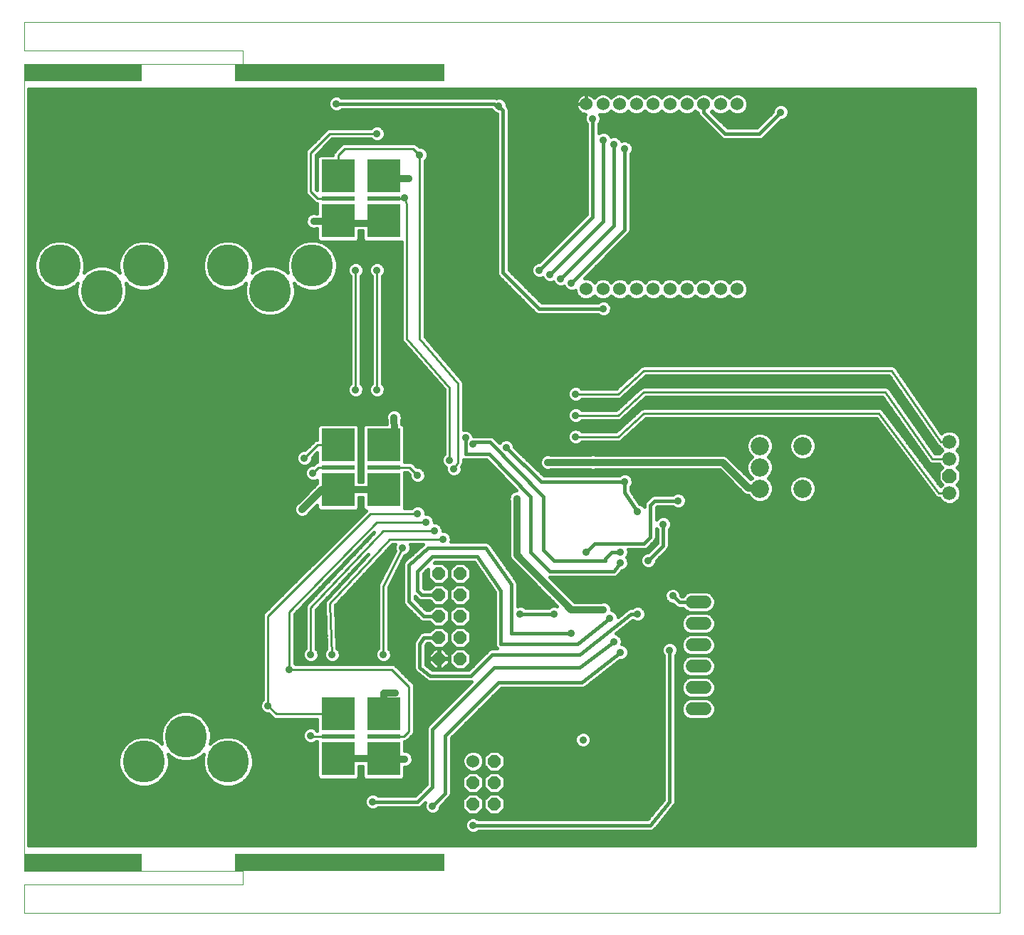
<source format=gbl>
G75*
G70*
%OFA0B0*%
%FSLAX24Y24*%
%IPPOS*%
%LPD*%
%AMOC8*
5,1,8,0,0,1.08239X$1,22.5*
%
%ADD10C,0.0000*%
%ADD11R,0.9843X0.0787*%
%ADD12R,0.5512X0.0787*%
%ADD13C,0.0600*%
%ADD14OC8,0.0600*%
%ADD15C,0.0600*%
%ADD16C,0.1969*%
%ADD17C,0.0860*%
%ADD18R,0.1575X0.1575*%
%ADD19R,0.1575X0.0236*%
%ADD20C,0.0660*%
%ADD21OC8,0.0660*%
%ADD22C,0.0160*%
%ADD23C,0.0356*%
%ADD24C,0.0320*%
%ADD25C,0.0100*%
D10*
X000180Y000100D02*
X000180Y001439D01*
X010416Y001439D01*
X010416Y002069D01*
X000180Y002069D01*
X000180Y039864D01*
X010416Y039864D01*
X010416Y040494D01*
X000180Y040494D01*
X000180Y041832D01*
X045849Y041832D01*
X045849Y000100D01*
X000180Y000100D01*
D11*
X014944Y002462D03*
X014944Y039470D03*
D12*
X002936Y039470D03*
X002936Y002462D03*
D13*
X021180Y007200D03*
X026467Y029319D03*
X027255Y029319D03*
X028042Y029319D03*
X028830Y029319D03*
X029617Y029319D03*
X030404Y029319D03*
X031192Y029319D03*
X031979Y029319D03*
X032767Y029319D03*
X033554Y029319D03*
X033554Y037981D03*
X032767Y037981D03*
X031979Y037981D03*
X031192Y037981D03*
X030404Y037981D03*
X029617Y037981D03*
X028830Y037981D03*
X028042Y037981D03*
X027255Y037981D03*
X026467Y037981D03*
D14*
X020580Y016000D03*
X019580Y016000D03*
X019580Y015000D03*
X019580Y014000D03*
X019580Y013000D03*
X020580Y013000D03*
X020580Y014000D03*
X020580Y015000D03*
X020580Y012000D03*
X019580Y012000D03*
X022180Y007200D03*
X022180Y006200D03*
X022180Y005200D03*
X021180Y005200D03*
X021180Y006200D03*
D15*
X031430Y009650D02*
X032030Y009650D01*
X032030Y010650D02*
X031430Y010650D01*
X031430Y011650D02*
X032030Y011650D01*
X032030Y012650D02*
X031430Y012650D01*
X031430Y013650D02*
X032030Y013650D01*
X032030Y014650D02*
X031430Y014650D01*
D16*
X013645Y030415D03*
X011676Y029234D03*
X009708Y030415D03*
X005771Y030415D03*
X003802Y029234D03*
X001834Y030415D03*
X007739Y008368D03*
X005771Y007187D03*
X009708Y007187D03*
D17*
X034613Y019966D03*
X034613Y020966D03*
X034613Y021966D03*
X036613Y021966D03*
X036613Y019966D03*
D18*
X016991Y019923D03*
X014865Y019923D03*
X014865Y022009D03*
X016991Y022009D03*
X016991Y032521D03*
X014865Y032521D03*
X014865Y034608D03*
X016991Y034608D03*
X016991Y009411D03*
X014865Y009411D03*
X014865Y007324D03*
X016991Y007324D03*
D19*
X016991Y008368D03*
X014865Y008368D03*
X014865Y020966D03*
X016991Y020966D03*
X016991Y033565D03*
X014865Y033565D03*
D20*
X043487Y022166D03*
X043487Y021366D03*
X043487Y019766D03*
D21*
X043487Y020566D03*
D22*
X042957Y020547D02*
X042709Y020547D01*
X042590Y020705D02*
X042957Y020705D01*
X042957Y020786D02*
X042957Y020347D01*
X043138Y020166D01*
X043056Y020085D01*
X040399Y023625D01*
X040392Y023642D01*
X040369Y023664D01*
X040350Y023690D01*
X040334Y023699D01*
X040322Y023712D01*
X040292Y023724D01*
X040265Y023740D01*
X040247Y023743D01*
X040230Y023750D01*
X040198Y023750D01*
X040166Y023755D01*
X040148Y023750D01*
X029185Y023750D01*
X029141Y023752D01*
X029136Y023750D01*
X029130Y023750D01*
X029089Y023733D01*
X029048Y023718D01*
X029044Y023714D01*
X029038Y023712D01*
X029007Y023681D01*
X027883Y022650D01*
X026265Y022650D01*
X026194Y022721D01*
X026055Y022778D01*
X025905Y022778D01*
X025766Y022721D01*
X025659Y022614D01*
X025602Y022475D01*
X025602Y022325D01*
X025659Y022186D01*
X025766Y022079D01*
X025905Y022022D01*
X026055Y022022D01*
X026194Y022079D01*
X026265Y022150D01*
X027975Y022150D01*
X028019Y022148D01*
X028024Y022150D01*
X028030Y022150D01*
X028071Y022167D01*
X028112Y022182D01*
X028116Y022186D01*
X028122Y022188D01*
X028153Y022219D01*
X029277Y023250D01*
X040055Y023250D01*
X042763Y019641D01*
X042770Y019625D01*
X042793Y019602D01*
X042812Y019576D01*
X042828Y019567D01*
X042841Y019554D01*
X042870Y019542D01*
X042898Y019526D01*
X042916Y019523D01*
X042933Y019516D01*
X042965Y019516D01*
X042996Y019512D01*
X043014Y019516D01*
X043017Y019516D01*
X043038Y019466D01*
X043187Y019317D01*
X043382Y019236D01*
X043593Y019236D01*
X043787Y019317D01*
X043936Y019466D01*
X044017Y019661D01*
X044017Y019872D01*
X043936Y020066D01*
X043837Y020166D01*
X044017Y020347D01*
X044017Y020786D01*
X043837Y020966D01*
X043936Y021066D01*
X044017Y021261D01*
X044017Y021472D01*
X043936Y021666D01*
X043837Y021766D01*
X043936Y021866D01*
X044017Y022061D01*
X044017Y022272D01*
X043936Y022466D01*
X043787Y022615D01*
X043593Y022696D01*
X043382Y022696D01*
X043187Y022615D01*
X043121Y022550D01*
X041001Y025620D01*
X040992Y025642D01*
X040973Y025661D01*
X040957Y025683D01*
X040938Y025696D01*
X040922Y025712D01*
X040897Y025722D01*
X040874Y025737D01*
X040851Y025741D01*
X040830Y025750D01*
X040803Y025750D01*
X040776Y025755D01*
X040753Y025750D01*
X029185Y025750D01*
X029141Y025752D01*
X029136Y025750D01*
X029130Y025750D01*
X029089Y025733D01*
X029048Y025718D01*
X029044Y025714D01*
X029038Y025712D01*
X029007Y025681D01*
X027883Y024650D01*
X026265Y024650D01*
X026194Y024721D01*
X026055Y024778D01*
X025905Y024778D01*
X025766Y024721D01*
X025659Y024614D01*
X025602Y024475D01*
X025602Y024325D01*
X025659Y024186D01*
X025766Y024079D01*
X025905Y024022D01*
X026055Y024022D01*
X026194Y024079D01*
X026265Y024150D01*
X027975Y024150D01*
X028019Y024148D01*
X028024Y024150D01*
X028030Y024150D01*
X028071Y024167D01*
X028112Y024182D01*
X028116Y024186D01*
X028122Y024188D01*
X028153Y024219D01*
X029277Y025250D01*
X040649Y025250D01*
X042862Y022046D01*
X042870Y022025D01*
X042890Y022005D01*
X042905Y021983D01*
X042924Y021971D01*
X042941Y021954D01*
X042966Y021944D01*
X042988Y021929D01*
X043011Y021925D01*
X043014Y021924D01*
X043038Y021866D01*
X043138Y021766D01*
X043038Y021666D01*
X043017Y021616D01*
X042812Y021616D01*
X040700Y024621D01*
X040692Y024642D01*
X040672Y024661D01*
X040656Y024684D01*
X040637Y024696D01*
X040622Y024712D01*
X040596Y024723D01*
X040572Y024738D01*
X040550Y024742D01*
X040530Y024750D01*
X040502Y024750D01*
X040474Y024755D01*
X040452Y024750D01*
X029185Y024750D01*
X029141Y024752D01*
X029136Y024750D01*
X029130Y024750D01*
X029089Y024733D01*
X029048Y024718D01*
X029044Y024714D01*
X029038Y024712D01*
X029007Y024681D01*
X027883Y023650D01*
X026265Y023650D01*
X026194Y023721D01*
X026055Y023778D01*
X025905Y023778D01*
X025766Y023721D01*
X025659Y023614D01*
X025602Y023475D01*
X025602Y023325D01*
X025659Y023186D01*
X025766Y023079D01*
X025905Y023022D01*
X026055Y023022D01*
X026194Y023079D01*
X026265Y023150D01*
X027975Y023150D01*
X028019Y023148D01*
X028024Y023150D01*
X028030Y023150D01*
X028071Y023167D01*
X028112Y023182D01*
X028116Y023186D01*
X028122Y023188D01*
X028153Y023219D01*
X029277Y024250D01*
X040350Y024250D01*
X042462Y021245D01*
X042470Y021225D01*
X042490Y021205D01*
X042506Y021182D01*
X042525Y021170D01*
X042541Y021154D01*
X042567Y021143D01*
X042590Y021128D01*
X042612Y021125D01*
X042633Y021116D01*
X042661Y021116D01*
X042688Y021111D01*
X042710Y021116D01*
X043017Y021116D01*
X043038Y021066D01*
X043138Y020966D01*
X042957Y020786D01*
X043035Y020864D02*
X042471Y020864D01*
X042352Y021022D02*
X043082Y021022D01*
X042508Y021181D02*
X042233Y021181D01*
X042114Y021339D02*
X042396Y021339D01*
X042284Y021498D02*
X041995Y021498D01*
X041877Y021656D02*
X042173Y021656D01*
X042062Y021815D02*
X041758Y021815D01*
X041639Y021973D02*
X041950Y021973D01*
X041839Y022132D02*
X041520Y022132D01*
X041401Y022290D02*
X041728Y022290D01*
X041616Y022449D02*
X041282Y022449D01*
X041163Y022607D02*
X041505Y022607D01*
X041393Y022766D02*
X041044Y022766D01*
X040925Y022924D02*
X041282Y022924D01*
X041171Y023083D02*
X040806Y023083D01*
X040687Y023241D02*
X041059Y023241D01*
X040948Y023400D02*
X040568Y023400D01*
X040449Y023558D02*
X040836Y023558D01*
X040725Y023717D02*
X040311Y023717D01*
X040614Y023875D02*
X028868Y023875D01*
X028695Y023717D02*
X029046Y023717D01*
X028873Y023558D02*
X028522Y023558D01*
X028349Y023400D02*
X028700Y023400D01*
X028528Y023241D02*
X028177Y023241D01*
X028355Y023083D02*
X026197Y023083D01*
X026086Y022766D02*
X028009Y022766D01*
X028182Y022924D02*
X020730Y022924D01*
X020730Y022766D02*
X025874Y022766D01*
X025656Y022607D02*
X021108Y022607D01*
X021151Y022564D02*
X021044Y022671D01*
X020905Y022728D01*
X020755Y022728D01*
X020730Y022718D01*
X020730Y024890D01*
X020733Y024930D01*
X020730Y024940D01*
X020730Y024950D01*
X020715Y024987D01*
X020702Y025025D01*
X020696Y025032D01*
X020692Y025042D01*
X020664Y025070D01*
X018930Y027092D01*
X018930Y035315D01*
X019001Y035386D01*
X019058Y035525D01*
X019058Y035675D01*
X019001Y035814D01*
X018894Y035921D01*
X018755Y035978D01*
X018655Y035978D01*
X018522Y036112D01*
X018430Y036150D01*
X015130Y036150D01*
X015038Y036112D01*
X014968Y036042D01*
X014653Y035727D01*
X014615Y035635D01*
X014615Y035595D01*
X013995Y035595D01*
X013878Y035478D01*
X013878Y033956D01*
X013830Y034004D01*
X013830Y035596D01*
X014584Y036350D01*
X016395Y036350D01*
X016466Y036279D01*
X016605Y036222D01*
X016755Y036222D01*
X016894Y036279D01*
X017001Y036386D01*
X017058Y036525D01*
X017058Y036675D01*
X017001Y036814D01*
X016894Y036921D01*
X016755Y036978D01*
X016605Y036978D01*
X016466Y036921D01*
X016395Y036850D01*
X014430Y036850D01*
X014338Y036812D01*
X014268Y036742D01*
X013368Y035842D01*
X013330Y035750D01*
X013330Y033850D01*
X013368Y033758D01*
X013438Y033688D01*
X013774Y033353D01*
X013866Y033315D01*
X013878Y033315D01*
X013878Y032860D01*
X013849Y032860D01*
X013805Y032878D01*
X013655Y032878D01*
X013516Y032821D01*
X013409Y032714D01*
X013352Y032575D01*
X013352Y032425D01*
X013409Y032286D01*
X013516Y032179D01*
X013655Y032122D01*
X013805Y032122D01*
X013849Y032140D01*
X013878Y032140D01*
X013878Y031651D01*
X013977Y031552D01*
X013800Y031599D01*
X013489Y031599D01*
X013187Y031519D01*
X012917Y031363D01*
X012697Y031142D01*
X012541Y030872D01*
X012460Y030571D01*
X012460Y030259D01*
X012510Y030075D01*
X012403Y030181D01*
X012133Y030337D01*
X011832Y030418D01*
X011520Y030418D01*
X011219Y030337D01*
X010949Y030181D01*
X010843Y030075D01*
X010892Y030259D01*
X010892Y030571D01*
X010811Y030872D01*
X010655Y031142D01*
X010435Y031363D01*
X010165Y031519D01*
X009863Y031599D01*
X009552Y031599D01*
X009250Y031519D01*
X008980Y031363D01*
X008760Y031142D01*
X008604Y030872D01*
X008523Y030571D01*
X008523Y030259D01*
X008604Y029958D01*
X008760Y029688D01*
X008980Y029467D01*
X009250Y029311D01*
X009552Y029231D01*
X009863Y029231D01*
X010165Y029311D01*
X010435Y029467D01*
X010541Y029574D01*
X010492Y029390D01*
X010492Y029078D01*
X010573Y028777D01*
X010728Y028507D01*
X010949Y028286D01*
X011219Y028130D01*
X011520Y028050D01*
X011832Y028050D01*
X012133Y028130D01*
X012403Y028286D01*
X012624Y028507D01*
X012780Y028777D01*
X012860Y029078D01*
X012860Y029390D01*
X012811Y029574D01*
X012917Y029467D01*
X013187Y029311D01*
X013489Y029231D01*
X013800Y029231D01*
X014102Y029311D01*
X014372Y029467D01*
X014592Y029688D01*
X014748Y029958D01*
X014829Y030259D01*
X014829Y030571D01*
X014748Y030872D01*
X014592Y031142D01*
X014372Y031363D01*
X014102Y031519D01*
X014044Y031534D01*
X015735Y031534D01*
X015852Y031651D01*
X015852Y032040D01*
X016004Y032040D01*
X016004Y031651D01*
X016121Y031534D01*
X017830Y031534D01*
X017830Y027009D01*
X017827Y026968D01*
X017830Y026959D01*
X017830Y026950D01*
X017846Y026912D01*
X017859Y026873D01*
X017865Y026867D01*
X017868Y026858D01*
X017897Y026829D01*
X019830Y024607D01*
X019830Y021585D01*
X019759Y021514D01*
X019702Y021375D01*
X019702Y021225D01*
X019759Y021086D01*
X019866Y020979D01*
X019902Y020965D01*
X019902Y020825D01*
X019959Y020686D01*
X020066Y020579D01*
X020205Y020522D01*
X020355Y020522D01*
X020494Y020579D01*
X020601Y020686D01*
X020658Y020825D01*
X020658Y020975D01*
X020648Y021001D01*
X020674Y021041D01*
X020692Y021058D01*
X020702Y021082D01*
X020716Y021103D01*
X020720Y021127D01*
X020730Y021150D01*
X020730Y021176D01*
X020735Y021200D01*
X020730Y021225D01*
X020730Y021338D01*
X020774Y021320D01*
X021812Y021320D01*
X023218Y019878D01*
X023155Y019878D01*
X023016Y019821D01*
X022909Y019714D01*
X022852Y019575D01*
X022852Y019425D01*
X022870Y019381D01*
X022870Y016778D01*
X022925Y016646D01*
X025119Y014452D01*
X025055Y014478D01*
X024905Y014478D01*
X024766Y014421D01*
X024725Y014380D01*
X023635Y014380D01*
X023594Y014421D01*
X023455Y014478D01*
X023305Y014478D01*
X023260Y014460D01*
X023260Y015476D01*
X023265Y015507D01*
X023260Y015531D01*
X023260Y015556D01*
X023248Y015585D01*
X023241Y015616D01*
X023227Y015636D01*
X023217Y015659D01*
X023195Y015681D01*
X022027Y017336D01*
X022017Y017359D01*
X021995Y017381D01*
X021977Y017407D01*
X021956Y017420D01*
X021939Y017437D01*
X021909Y017450D01*
X021882Y017466D01*
X021858Y017471D01*
X021836Y017480D01*
X021804Y017480D01*
X021773Y017485D01*
X021749Y017480D01*
X020140Y017480D01*
X020158Y017525D01*
X020158Y017675D01*
X020101Y017814D01*
X019994Y017921D01*
X019855Y017978D01*
X019758Y017978D01*
X019758Y018075D01*
X019701Y018214D01*
X019594Y018321D01*
X019455Y018378D01*
X019358Y018378D01*
X019358Y018475D01*
X019301Y018614D01*
X019194Y018721D01*
X019055Y018778D01*
X018958Y018778D01*
X018958Y018875D01*
X018901Y019014D01*
X018794Y019121D01*
X018655Y019178D01*
X018505Y019178D01*
X018366Y019121D01*
X018295Y019050D01*
X017976Y019050D01*
X017978Y019053D01*
X017978Y020716D01*
X018110Y020716D01*
X018202Y020625D01*
X018202Y020525D01*
X018259Y020386D01*
X018366Y020279D01*
X018505Y020222D01*
X018655Y020222D01*
X018794Y020279D01*
X018901Y020386D01*
X018958Y020525D01*
X018958Y020675D01*
X018901Y020814D01*
X018794Y020921D01*
X018655Y020978D01*
X018555Y020978D01*
X018426Y021108D01*
X018355Y021178D01*
X018264Y021216D01*
X017978Y021216D01*
X017978Y022880D01*
X017861Y022997D01*
X017846Y022997D01*
X017842Y023186D01*
X017858Y023225D01*
X017858Y023375D01*
X017801Y023514D01*
X017694Y023621D01*
X017555Y023678D01*
X017405Y023678D01*
X017266Y023621D01*
X017159Y023514D01*
X017102Y023375D01*
X017102Y023225D01*
X017122Y023176D01*
X017125Y022997D01*
X016121Y022997D01*
X016004Y022880D01*
X016004Y020283D01*
X015852Y020283D01*
X015852Y022880D01*
X015735Y022997D01*
X013995Y022997D01*
X013878Y022880D01*
X013878Y022259D01*
X013840Y022259D01*
X013748Y022221D01*
X013305Y021778D01*
X013205Y021778D01*
X013066Y021721D01*
X012959Y021614D01*
X012902Y021475D01*
X012902Y021325D01*
X012959Y021186D01*
X013066Y021079D01*
X013205Y021022D01*
X013355Y021022D01*
X013494Y021079D01*
X013601Y021186D01*
X013658Y021325D01*
X013658Y021425D01*
X013878Y021644D01*
X013878Y021208D01*
X013805Y021178D01*
X013705Y021078D01*
X013605Y021078D01*
X013466Y021021D01*
X013359Y020914D01*
X013302Y020775D01*
X013302Y020625D01*
X013359Y020486D01*
X013466Y020379D01*
X013605Y020322D01*
X013755Y020322D01*
X013878Y020373D01*
X013878Y020207D01*
X013010Y019339D01*
X012966Y019321D01*
X012859Y019214D01*
X012802Y019075D01*
X012802Y018925D01*
X012859Y018786D01*
X012966Y018679D01*
X013105Y018622D01*
X013255Y018622D01*
X013394Y018679D01*
X013501Y018786D01*
X013519Y018830D01*
X013878Y019189D01*
X013878Y019053D01*
X013995Y018935D01*
X015735Y018935D01*
X015852Y019053D01*
X015852Y019563D01*
X016004Y019563D01*
X016004Y019053D01*
X016121Y018935D01*
X016162Y018935D01*
X011438Y014212D01*
X011368Y014142D01*
X011330Y014050D01*
X011330Y010085D01*
X011259Y010014D01*
X011202Y009875D01*
X011202Y009725D01*
X011259Y009586D01*
X011366Y009479D01*
X011505Y009422D01*
X011605Y009422D01*
X011827Y009199D01*
X011919Y009161D01*
X013878Y009161D01*
X013878Y008637D01*
X013794Y008721D01*
X013655Y008778D01*
X013505Y008778D01*
X013366Y008721D01*
X013259Y008614D01*
X013202Y008475D01*
X013202Y008325D01*
X013259Y008186D01*
X013366Y008079D01*
X013505Y008022D01*
X013655Y008022D01*
X013794Y008079D01*
X013832Y008118D01*
X013878Y008118D01*
X013878Y006454D01*
X013995Y006337D01*
X015735Y006337D01*
X015852Y006454D01*
X015852Y006964D01*
X016004Y006964D01*
X016004Y006454D01*
X016121Y006337D01*
X017861Y006337D01*
X017978Y006454D01*
X017978Y006922D01*
X018055Y006922D01*
X018194Y006979D01*
X018301Y007086D01*
X018358Y007225D01*
X018358Y007375D01*
X018301Y007514D01*
X018194Y007621D01*
X018055Y007678D01*
X017978Y007678D01*
X017978Y008118D01*
X017997Y008118D01*
X018089Y008156D01*
X018322Y008388D01*
X018392Y008458D01*
X018430Y008550D01*
X018430Y010750D01*
X018392Y010842D01*
X017592Y011642D01*
X017522Y011712D01*
X017430Y011750D01*
X012865Y011750D01*
X012830Y011785D01*
X012830Y014098D01*
X016554Y017913D01*
X013401Y014574D01*
X013368Y014542D01*
X013367Y014538D01*
X013364Y014536D01*
X013348Y014492D01*
X013330Y014450D01*
X013330Y014446D01*
X013329Y014443D01*
X013330Y014396D01*
X013330Y012485D01*
X013259Y012414D01*
X013202Y012275D01*
X013202Y012125D01*
X013259Y011986D01*
X013366Y011879D01*
X013505Y011822D01*
X013655Y011822D01*
X013794Y011879D01*
X013901Y011986D01*
X013958Y012125D01*
X013958Y012275D01*
X013901Y012414D01*
X013830Y012485D01*
X013830Y014301D01*
X016261Y016874D01*
X014331Y014806D01*
X014330Y014806D01*
X014297Y014770D01*
X014263Y014734D01*
X014263Y014733D01*
X014262Y014733D01*
X014246Y014687D01*
X014228Y014641D01*
X014228Y014640D01*
X014228Y014639D01*
X014230Y014591D01*
X014232Y014542D01*
X014232Y014541D01*
X014318Y012473D01*
X014259Y012414D01*
X014202Y012275D01*
X014202Y012125D01*
X014259Y011986D01*
X014366Y011879D01*
X014505Y011822D01*
X014655Y011822D01*
X014794Y011879D01*
X014901Y011986D01*
X014958Y012125D01*
X014958Y012275D01*
X014901Y012414D01*
X014818Y012497D01*
X014734Y014506D01*
X017389Y017350D01*
X017533Y017350D01*
X017502Y017275D01*
X017502Y017125D01*
X017530Y017058D01*
X016775Y015548D01*
X016768Y015542D01*
X016752Y015504D01*
X016734Y015467D01*
X016734Y015458D01*
X016730Y015450D01*
X016730Y015409D01*
X016727Y015368D01*
X016730Y015359D01*
X016730Y012485D01*
X016659Y012414D01*
X016602Y012275D01*
X016602Y012125D01*
X016659Y011986D01*
X016766Y011879D01*
X016905Y011822D01*
X017055Y011822D01*
X017194Y011879D01*
X017301Y011986D01*
X017358Y012125D01*
X017358Y012275D01*
X017301Y012414D01*
X017230Y012485D01*
X017230Y015341D01*
X017974Y016830D01*
X018094Y016879D01*
X018201Y016986D01*
X018258Y017125D01*
X018258Y017275D01*
X018227Y017350D01*
X018827Y017350D01*
X018029Y016641D01*
X018021Y016637D01*
X017988Y016604D01*
X017952Y016572D01*
X017949Y016565D01*
X017943Y016559D01*
X017924Y016515D01*
X017904Y016472D01*
X017903Y016464D01*
X017900Y016456D01*
X017900Y016408D01*
X017897Y016361D01*
X017900Y016353D01*
X017900Y014644D01*
X017943Y014541D01*
X018021Y014463D01*
X018721Y013763D01*
X018824Y013720D01*
X019153Y013720D01*
X019373Y013500D01*
X019153Y013280D01*
X018907Y013280D01*
X018880Y013285D01*
X018852Y013280D01*
X018824Y013280D01*
X018798Y013269D01*
X018770Y013264D01*
X018747Y013248D01*
X018721Y013237D01*
X018701Y013217D01*
X018678Y013202D01*
X018662Y013178D01*
X018643Y013159D01*
X018632Y013132D01*
X018462Y012878D01*
X018443Y012859D01*
X018432Y012832D01*
X018416Y012809D01*
X018411Y012782D01*
X018400Y012756D01*
X018400Y012727D01*
X018395Y012700D01*
X018400Y012672D01*
X018400Y011640D01*
X018396Y011624D01*
X018400Y011584D01*
X018400Y011544D01*
X018406Y011530D01*
X018408Y011514D01*
X018427Y011479D01*
X018443Y011441D01*
X018454Y011430D01*
X018462Y011416D01*
X018493Y011391D01*
X018521Y011363D01*
X018536Y011357D01*
X018993Y010991D01*
X019021Y010963D01*
X019036Y010957D01*
X019049Y010947D01*
X019087Y010935D01*
X019124Y010920D01*
X019140Y010920D01*
X019156Y010916D01*
X019196Y010920D01*
X021104Y010920D01*
X019043Y008859D01*
X019000Y008756D01*
X019000Y006116D01*
X018464Y005580D01*
X016735Y005580D01*
X016694Y005621D01*
X016555Y005678D01*
X016405Y005678D01*
X016266Y005621D01*
X016159Y005514D01*
X016102Y005375D01*
X016102Y005225D01*
X016159Y005086D01*
X016266Y004979D01*
X016405Y004922D01*
X016555Y004922D01*
X016694Y004979D01*
X016735Y005020D01*
X018636Y005020D01*
X018739Y005063D01*
X018938Y005262D01*
X018902Y005175D01*
X018902Y005025D01*
X018959Y004886D01*
X019066Y004779D01*
X019205Y004722D01*
X019355Y004722D01*
X019494Y004779D01*
X019601Y004886D01*
X019658Y005025D01*
X019658Y005082D01*
X020117Y005541D01*
X020160Y005644D01*
X020160Y008284D01*
X022496Y010620D01*
X026263Y010620D01*
X026301Y010615D01*
X026318Y010620D01*
X026336Y010620D01*
X026371Y010635D01*
X026408Y010645D01*
X026422Y010656D01*
X026439Y010663D01*
X026466Y010690D01*
X028050Y011922D01*
X028155Y011922D01*
X028294Y011979D01*
X028401Y012086D01*
X028458Y012225D01*
X028458Y012375D01*
X028401Y012514D01*
X028294Y012621D01*
X028155Y012678D01*
X028139Y012678D01*
X028158Y012725D01*
X028158Y012875D01*
X028101Y013014D01*
X027994Y013121D01*
X027863Y013175D01*
X028648Y013797D01*
X028666Y013779D01*
X028805Y013722D01*
X028955Y013722D01*
X029094Y013779D01*
X029201Y013886D01*
X029258Y014025D01*
X029258Y014175D01*
X029201Y014314D01*
X029094Y014421D01*
X028955Y014478D01*
X028805Y014478D01*
X028666Y014421D01*
X028625Y014380D01*
X028596Y014380D01*
X028557Y014385D01*
X028541Y014380D01*
X028524Y014380D01*
X028488Y014365D01*
X027658Y014365D01*
X027658Y014375D02*
X027601Y014514D01*
X027494Y014621D01*
X027355Y014678D01*
X027205Y014678D01*
X027161Y014660D01*
X025929Y014660D01*
X024769Y015820D01*
X027745Y015820D01*
X027764Y015815D01*
X027800Y015820D01*
X027836Y015820D01*
X027855Y015828D01*
X027875Y015831D01*
X027906Y015849D01*
X027939Y015863D01*
X027953Y015877D01*
X027971Y015887D01*
X027992Y015916D01*
X028017Y015941D01*
X028025Y015960D01*
X028146Y016122D01*
X028155Y016122D01*
X028294Y016179D01*
X028401Y016286D01*
X028458Y016425D01*
X028458Y016575D01*
X028401Y016714D01*
X028365Y016750D01*
X028401Y016786D01*
X028458Y016925D01*
X028458Y017075D01*
X028440Y017120D01*
X029236Y017120D01*
X029339Y017163D01*
X029639Y017463D01*
X029717Y017541D01*
X029760Y017644D01*
X029760Y018085D01*
X029800Y018045D01*
X029800Y017416D01*
X029362Y016978D01*
X029305Y016978D01*
X029166Y016921D01*
X029059Y016814D01*
X029002Y016675D01*
X029002Y016525D01*
X029059Y016386D01*
X029166Y016279D01*
X029305Y016222D01*
X029455Y016222D01*
X029594Y016279D01*
X029701Y016386D01*
X029758Y016525D01*
X029758Y016582D01*
X030239Y017063D01*
X030317Y017141D01*
X030360Y017244D01*
X030360Y018045D01*
X030401Y018086D01*
X030458Y018225D01*
X030458Y018375D01*
X030401Y018514D01*
X030294Y018621D01*
X030155Y018678D01*
X030005Y018678D01*
X029866Y018621D01*
X029760Y018515D01*
X029760Y019084D01*
X029796Y019120D01*
X030525Y019120D01*
X030566Y019079D01*
X030705Y019022D01*
X030855Y019022D01*
X030994Y019079D01*
X031101Y019186D01*
X031158Y019325D01*
X031158Y019475D01*
X031101Y019614D01*
X030994Y019721D01*
X030855Y019778D01*
X030705Y019778D01*
X030566Y019721D01*
X030525Y019680D01*
X029624Y019680D01*
X029521Y019637D01*
X029443Y019559D01*
X029243Y019359D01*
X029200Y019256D01*
X029200Y019115D01*
X029094Y019221D01*
X028968Y019273D01*
X028560Y019885D01*
X028560Y020045D01*
X028601Y020086D01*
X028658Y020225D01*
X028658Y020375D01*
X028601Y020514D01*
X028494Y020621D01*
X028355Y020678D01*
X028205Y020678D01*
X028066Y020621D01*
X028025Y020580D01*
X024493Y020580D01*
X023108Y021923D01*
X023108Y021975D01*
X023051Y022114D01*
X022944Y022221D01*
X022805Y022278D01*
X022655Y022278D01*
X022516Y022221D01*
X022409Y022114D01*
X022409Y022113D01*
X022218Y022307D01*
X022217Y022309D01*
X022179Y022347D01*
X022141Y022386D01*
X022140Y022386D01*
X022139Y022387D01*
X022088Y022408D01*
X022038Y022429D01*
X022037Y022429D01*
X022036Y022430D01*
X021981Y022430D01*
X021927Y022431D01*
X021926Y022430D01*
X021224Y022430D01*
X021220Y022428D01*
X021207Y022428D01*
X021151Y022564D01*
X021198Y022449D02*
X025602Y022449D01*
X025616Y022290D02*
X022235Y022290D01*
X022390Y022132D02*
X022427Y022132D01*
X022730Y021900D02*
X024380Y020300D01*
X028280Y020300D01*
X028280Y019800D01*
X028880Y018900D01*
X029195Y019120D02*
X029200Y019120D01*
X029209Y019279D02*
X028964Y019279D01*
X028858Y019437D02*
X029321Y019437D01*
X029480Y019596D02*
X028753Y019596D01*
X028647Y019754D02*
X030647Y019754D01*
X030913Y019754D02*
X033817Y019754D01*
X033876Y019695D02*
X034008Y019640D01*
X034066Y019640D01*
X034079Y019609D01*
X034256Y019432D01*
X034488Y019336D01*
X034738Y019336D01*
X034970Y019432D01*
X035147Y019609D01*
X035243Y019841D01*
X035243Y020091D01*
X035147Y020323D01*
X035004Y020466D01*
X035147Y020609D01*
X035243Y020841D01*
X035243Y021091D01*
X035147Y021323D01*
X035004Y021466D01*
X035147Y021609D01*
X035243Y021841D01*
X035243Y022091D01*
X035147Y022323D01*
X034970Y022500D01*
X034738Y022596D01*
X034488Y022596D01*
X034256Y022500D01*
X034079Y022323D01*
X033983Y022091D01*
X033983Y021841D01*
X034079Y021609D01*
X034222Y021466D01*
X034079Y021323D01*
X033983Y021091D01*
X033983Y020841D01*
X034079Y020609D01*
X034222Y020466D01*
X034173Y020417D01*
X033084Y021505D01*
X032952Y021560D01*
X026899Y021560D01*
X026855Y021578D01*
X026705Y021578D01*
X026661Y021560D01*
X024799Y021560D01*
X024755Y021578D01*
X024605Y021578D01*
X024466Y021521D01*
X024359Y021414D01*
X024302Y021275D01*
X024302Y021125D01*
X024359Y020986D01*
X024466Y020879D01*
X024605Y020822D01*
X024755Y020822D01*
X024799Y020840D01*
X026661Y020840D01*
X026705Y020822D01*
X026855Y020822D01*
X026899Y020840D01*
X032731Y020840D01*
X033876Y019695D01*
X034093Y019596D02*
X031108Y019596D01*
X031158Y019437D02*
X034251Y019437D01*
X033658Y019913D02*
X028560Y019913D01*
X028586Y020071D02*
X033500Y020071D01*
X033341Y020230D02*
X028658Y020230D01*
X028653Y020388D02*
X033183Y020388D01*
X033024Y020547D02*
X028568Y020547D01*
X029680Y019400D02*
X030780Y019400D01*
X031035Y019120D02*
X044668Y019120D01*
X044668Y018962D02*
X029760Y018962D01*
X029760Y018803D02*
X044668Y018803D01*
X044668Y018645D02*
X030236Y018645D01*
X030412Y018486D02*
X044668Y018486D01*
X044668Y018328D02*
X030458Y018328D01*
X030435Y018169D02*
X044668Y018169D01*
X044668Y018011D02*
X030360Y018011D01*
X030360Y017852D02*
X044668Y017852D01*
X044668Y017694D02*
X030360Y017694D01*
X030360Y017535D02*
X044668Y017535D01*
X044668Y017377D02*
X030360Y017377D01*
X030349Y017218D02*
X044668Y017218D01*
X044668Y017060D02*
X030236Y017060D01*
X030077Y016901D02*
X044668Y016901D01*
X044668Y016743D02*
X029919Y016743D01*
X029760Y016584D02*
X044668Y016584D01*
X044668Y016426D02*
X029717Y016426D01*
X029564Y016267D02*
X044668Y016267D01*
X044668Y016109D02*
X028136Y016109D01*
X028021Y015950D02*
X044668Y015950D01*
X044668Y015792D02*
X024798Y015792D01*
X024956Y015633D02*
X044668Y015633D01*
X044668Y015475D02*
X025115Y015475D01*
X025273Y015316D02*
X030426Y015316D01*
X030455Y015328D02*
X030316Y015271D01*
X030209Y015164D01*
X030152Y015025D01*
X030152Y014875D01*
X030209Y014736D01*
X030316Y014629D01*
X030455Y014572D01*
X030512Y014572D01*
X030593Y014491D01*
X030671Y014413D01*
X030774Y014370D01*
X031005Y014370D01*
X031006Y014367D01*
X031147Y014226D01*
X031331Y014150D01*
X031147Y014074D01*
X031006Y013933D01*
X030930Y013749D01*
X030930Y013551D01*
X031006Y013367D01*
X031147Y013226D01*
X031331Y013150D01*
X031147Y013074D01*
X031006Y012933D01*
X030930Y012749D01*
X030930Y012551D01*
X031006Y012367D01*
X031147Y012226D01*
X031331Y012150D01*
X031147Y012074D01*
X031006Y011933D01*
X030930Y011749D01*
X030930Y011551D01*
X031006Y011367D01*
X031147Y011226D01*
X031331Y011150D01*
X031147Y011074D01*
X031006Y010933D01*
X030930Y010749D01*
X030930Y010551D01*
X031006Y010367D01*
X031147Y010226D01*
X031331Y010150D01*
X031147Y010074D01*
X031006Y009933D01*
X030930Y009749D01*
X030930Y009551D01*
X031006Y009367D01*
X031147Y009226D01*
X031331Y009150D01*
X032129Y009150D01*
X032313Y009226D01*
X032454Y009367D01*
X032530Y009551D01*
X032530Y009749D01*
X032454Y009933D01*
X032313Y010074D01*
X032129Y010150D01*
X031331Y010150D01*
X032129Y010150D01*
X032313Y010226D01*
X032454Y010367D01*
X032530Y010551D01*
X032530Y010749D01*
X032454Y010933D01*
X032313Y011074D01*
X032129Y011150D01*
X031331Y011150D01*
X032129Y011150D01*
X032313Y011226D01*
X032454Y011367D01*
X032530Y011551D01*
X032530Y011749D01*
X032454Y011933D01*
X032313Y012074D01*
X032129Y012150D01*
X031331Y012150D01*
X032129Y012150D01*
X032313Y012226D01*
X032454Y012367D01*
X032530Y012551D01*
X032530Y012749D01*
X032454Y012933D01*
X032313Y013074D01*
X032129Y013150D01*
X031331Y013150D01*
X032129Y013150D01*
X032313Y013226D01*
X032454Y013367D01*
X032530Y013551D01*
X032530Y013749D01*
X032454Y013933D01*
X032313Y014074D01*
X032129Y014150D01*
X031331Y014150D01*
X032129Y014150D01*
X032313Y014226D01*
X032454Y014367D01*
X032530Y014551D01*
X032530Y014749D01*
X032454Y014933D01*
X032313Y015074D01*
X032129Y015150D01*
X031331Y015150D01*
X031147Y015074D01*
X031006Y014933D01*
X031005Y014930D01*
X030946Y014930D01*
X030908Y014968D01*
X030908Y015025D01*
X030851Y015164D01*
X030744Y015271D01*
X030605Y015328D01*
X030455Y015328D01*
X030634Y015316D02*
X044668Y015316D01*
X044668Y015158D02*
X030853Y015158D01*
X030908Y014999D02*
X031072Y014999D01*
X030830Y014650D02*
X031730Y014650D01*
X032266Y014207D02*
X044668Y014207D01*
X044668Y014365D02*
X032452Y014365D01*
X032519Y014524D02*
X044668Y014524D01*
X044668Y014682D02*
X032530Y014682D01*
X032492Y014841D02*
X044668Y014841D01*
X044668Y014999D02*
X032388Y014999D01*
X032339Y014048D02*
X044668Y014048D01*
X044668Y013890D02*
X032472Y013890D01*
X032530Y013731D02*
X044668Y013731D01*
X044668Y013573D02*
X032530Y013573D01*
X032473Y013414D02*
X044668Y013414D01*
X044668Y013256D02*
X032343Y013256D01*
X032257Y013097D02*
X044668Y013097D01*
X044668Y012939D02*
X032449Y012939D01*
X032517Y012780D02*
X044668Y012780D01*
X044668Y012622D02*
X032530Y012622D01*
X032494Y012463D02*
X044668Y012463D01*
X044668Y012305D02*
X032392Y012305D01*
X032139Y012146D02*
X044668Y012146D01*
X044668Y011988D02*
X032400Y011988D01*
X032497Y011829D02*
X044668Y011829D01*
X044668Y011671D02*
X032530Y011671D01*
X032514Y011512D02*
X044668Y011512D01*
X044668Y011354D02*
X032441Y011354D01*
X032238Y011195D02*
X044668Y011195D01*
X044668Y011037D02*
X032351Y011037D01*
X032477Y010878D02*
X044668Y010878D01*
X044668Y010720D02*
X032530Y010720D01*
X032530Y010561D02*
X044668Y010561D01*
X044668Y010403D02*
X032469Y010403D01*
X032331Y010244D02*
X044668Y010244D01*
X044668Y010086D02*
X032285Y010086D01*
X032456Y009927D02*
X044668Y009927D01*
X044668Y009769D02*
X032522Y009769D01*
X032530Y009610D02*
X044668Y009610D01*
X044668Y009452D02*
X032489Y009452D01*
X032380Y009293D02*
X044668Y009293D01*
X044668Y009135D02*
X030660Y009135D01*
X030660Y009293D02*
X031080Y009293D01*
X030971Y009452D02*
X030660Y009452D01*
X030660Y009610D02*
X030930Y009610D01*
X030938Y009769D02*
X030660Y009769D01*
X030660Y009927D02*
X031004Y009927D01*
X031175Y010086D02*
X030660Y010086D01*
X030660Y010244D02*
X031129Y010244D01*
X030991Y010403D02*
X030660Y010403D01*
X030660Y010561D02*
X030930Y010561D01*
X030930Y010720D02*
X030660Y010720D01*
X030660Y010878D02*
X030983Y010878D01*
X031109Y011037D02*
X030660Y011037D01*
X030660Y011195D02*
X031222Y011195D01*
X031019Y011354D02*
X030660Y011354D01*
X030660Y011512D02*
X030946Y011512D01*
X030930Y011671D02*
X030660Y011671D01*
X030660Y011829D02*
X030963Y011829D01*
X031060Y011988D02*
X030660Y011988D01*
X030660Y012145D02*
X030701Y012186D01*
X030758Y012325D01*
X030758Y012475D01*
X030701Y012614D01*
X030594Y012721D01*
X030455Y012778D01*
X030305Y012778D01*
X030166Y012721D01*
X030059Y012614D01*
X030002Y012475D01*
X030002Y012325D01*
X030059Y012186D01*
X030100Y012145D01*
X030100Y005400D01*
X029347Y004480D01*
X021435Y004480D01*
X021394Y004521D01*
X021255Y004578D01*
X021105Y004578D01*
X020966Y004521D01*
X020859Y004414D01*
X020802Y004275D01*
X020802Y004125D01*
X020859Y003986D01*
X020966Y003879D01*
X021105Y003822D01*
X021255Y003822D01*
X021394Y003879D01*
X021435Y003920D01*
X029439Y003920D01*
X029452Y003916D01*
X029494Y003920D01*
X029536Y003920D01*
X029549Y003926D01*
X029563Y003927D01*
X029600Y003947D01*
X029639Y003963D01*
X029649Y003973D01*
X029661Y003980D01*
X029688Y004012D01*
X029717Y004041D01*
X029723Y004055D01*
X030588Y005112D01*
X030617Y005141D01*
X030623Y005155D01*
X030632Y005166D01*
X030644Y005206D01*
X030660Y005244D01*
X030660Y005259D01*
X030664Y005272D01*
X030660Y005314D01*
X030660Y012145D01*
X030661Y012146D02*
X031321Y012146D01*
X031068Y012305D02*
X030750Y012305D01*
X030758Y012463D02*
X030966Y012463D01*
X030930Y012622D02*
X030693Y012622D01*
X030943Y012780D02*
X028158Y012780D01*
X028132Y012939D02*
X031011Y012939D01*
X031203Y013097D02*
X028018Y013097D01*
X027964Y013256D02*
X031117Y013256D01*
X030987Y013414D02*
X028165Y013414D01*
X028365Y013573D02*
X030930Y013573D01*
X030930Y013731D02*
X028977Y013731D01*
X028783Y013731D02*
X028565Y013731D01*
X028580Y014100D02*
X026180Y012200D01*
X022080Y012200D01*
X021080Y011200D01*
X019180Y011200D01*
X018680Y011600D01*
X018680Y012700D01*
X018880Y013000D01*
X019580Y013000D01*
X019909Y012622D02*
X020251Y012622D01*
X020373Y012500D02*
X020787Y012500D01*
X021080Y012793D01*
X021080Y013207D01*
X020787Y013500D01*
X021080Y013793D01*
X021080Y014207D01*
X020787Y014500D01*
X021080Y014793D01*
X021080Y015207D01*
X020787Y015500D01*
X021080Y015793D01*
X021080Y016207D01*
X020787Y016500D01*
X020373Y016500D01*
X020080Y016207D01*
X019787Y016500D01*
X019376Y016500D01*
X019396Y016520D01*
X021233Y016520D01*
X022200Y015113D01*
X022200Y012644D01*
X022243Y012541D01*
X022304Y012480D01*
X022024Y012480D01*
X021921Y012437D01*
X020964Y011480D01*
X019278Y011480D01*
X018960Y011735D01*
X018960Y012615D01*
X019030Y012720D01*
X019153Y012720D01*
X019373Y012500D01*
X019787Y012500D01*
X020080Y012793D01*
X020080Y013207D01*
X019787Y013500D01*
X019373Y013500D01*
X019787Y013500D01*
X020080Y013793D01*
X020080Y014207D01*
X019787Y014500D01*
X020080Y014793D01*
X020080Y015207D01*
X019787Y015500D01*
X020080Y015793D01*
X020080Y016207D01*
X020080Y015793D01*
X020373Y015500D01*
X020787Y015500D01*
X020373Y015500D01*
X020080Y015207D01*
X020080Y014793D01*
X020373Y014500D01*
X020787Y014500D01*
X020373Y014500D01*
X020080Y014207D01*
X020080Y013793D01*
X020373Y013500D01*
X020787Y013500D01*
X020373Y013500D01*
X020080Y013207D01*
X020080Y012793D01*
X020373Y012500D01*
X020080Y012207D01*
X020080Y011793D01*
X020373Y011500D01*
X020787Y011500D01*
X021080Y011793D01*
X021080Y012207D01*
X020787Y012500D01*
X020373Y012500D01*
X020336Y012463D02*
X019796Y012463D01*
X019779Y012480D02*
X019600Y012480D01*
X019600Y012020D01*
X019560Y012020D01*
X019560Y012480D01*
X019381Y012480D01*
X019100Y012199D01*
X019100Y012020D01*
X019560Y012020D01*
X019560Y011980D01*
X019100Y011980D01*
X019100Y011801D01*
X019381Y011520D01*
X019560Y011520D01*
X019560Y011980D01*
X019600Y011980D01*
X019600Y012020D01*
X020060Y012020D01*
X020060Y012199D01*
X019779Y012480D01*
X019600Y012463D02*
X019560Y012463D01*
X019560Y012305D02*
X019600Y012305D01*
X019600Y012146D02*
X019560Y012146D01*
X019560Y011988D02*
X018960Y011988D01*
X018960Y012146D02*
X019100Y012146D01*
X019206Y012305D02*
X018960Y012305D01*
X018960Y012463D02*
X019364Y012463D01*
X019251Y012622D02*
X018964Y012622D01*
X018502Y012939D02*
X017230Y012939D01*
X017230Y013097D02*
X018608Y013097D01*
X018758Y013256D02*
X017230Y013256D01*
X017230Y013414D02*
X019287Y013414D01*
X019300Y013573D02*
X017230Y013573D01*
X017230Y013731D02*
X018798Y013731D01*
X018594Y013890D02*
X017230Y013890D01*
X017230Y014048D02*
X018436Y014048D01*
X018277Y014207D02*
X017230Y014207D01*
X017230Y014365D02*
X018119Y014365D01*
X017960Y014524D02*
X017230Y014524D01*
X017230Y014682D02*
X017900Y014682D01*
X017900Y014841D02*
X017230Y014841D01*
X017230Y014999D02*
X017900Y014999D01*
X017900Y015158D02*
X017230Y015158D01*
X017230Y015316D02*
X017900Y015316D01*
X017900Y015475D02*
X017297Y015475D01*
X017376Y015633D02*
X017900Y015633D01*
X017900Y015792D02*
X017455Y015792D01*
X017535Y015950D02*
X017900Y015950D01*
X017900Y016109D02*
X017614Y016109D01*
X017693Y016267D02*
X017900Y016267D01*
X017900Y016426D02*
X017772Y016426D01*
X017852Y016584D02*
X017966Y016584D01*
X017931Y016743D02*
X018144Y016743D01*
X018116Y016901D02*
X018322Y016901D01*
X018231Y017060D02*
X018501Y017060D01*
X018679Y017218D02*
X018258Y017218D01*
X017529Y017060D02*
X017118Y017060D01*
X017265Y017218D02*
X017502Y017218D01*
X017451Y016901D02*
X016970Y016901D01*
X016822Y016743D02*
X017372Y016743D01*
X017293Y016584D02*
X016674Y016584D01*
X016526Y016426D02*
X017213Y016426D01*
X017134Y016267D02*
X016378Y016267D01*
X016230Y016109D02*
X017055Y016109D01*
X016976Y015950D02*
X016082Y015950D01*
X015934Y015792D02*
X016896Y015792D01*
X016817Y015633D02*
X015786Y015633D01*
X015638Y015475D02*
X016738Y015475D01*
X016730Y015316D02*
X015490Y015316D01*
X015342Y015158D02*
X016730Y015158D01*
X016730Y014999D02*
X015194Y014999D01*
X015046Y014841D02*
X016730Y014841D01*
X016730Y014682D02*
X014899Y014682D01*
X014751Y014524D02*
X016730Y014524D01*
X016730Y014365D02*
X014740Y014365D01*
X014747Y014207D02*
X016730Y014207D01*
X016730Y014048D02*
X014753Y014048D01*
X014760Y013890D02*
X016730Y013890D01*
X016730Y013731D02*
X014766Y013731D01*
X014773Y013573D02*
X016730Y013573D01*
X016730Y013414D02*
X014780Y013414D01*
X014786Y013256D02*
X016730Y013256D01*
X016730Y013097D02*
X014793Y013097D01*
X014799Y012939D02*
X016730Y012939D01*
X016730Y012780D02*
X014806Y012780D01*
X014813Y012622D02*
X016730Y012622D01*
X016708Y012463D02*
X014852Y012463D01*
X014946Y012305D02*
X016614Y012305D01*
X016602Y012146D02*
X014958Y012146D01*
X014901Y011988D02*
X016659Y011988D01*
X016888Y011829D02*
X014672Y011829D01*
X014488Y011829D02*
X013672Y011829D01*
X013488Y011829D02*
X012830Y011829D01*
X012830Y011988D02*
X013259Y011988D01*
X013202Y012146D02*
X012830Y012146D01*
X012830Y012305D02*
X013214Y012305D01*
X013308Y012463D02*
X012830Y012463D01*
X012830Y012622D02*
X013330Y012622D01*
X013330Y012780D02*
X012830Y012780D01*
X012830Y012939D02*
X013330Y012939D01*
X013330Y013097D02*
X012830Y013097D01*
X012830Y013256D02*
X013330Y013256D01*
X013330Y013414D02*
X012830Y013414D01*
X012830Y013573D02*
X013330Y013573D01*
X013330Y013731D02*
X012830Y013731D01*
X012830Y013890D02*
X013330Y013890D01*
X013330Y014048D02*
X012830Y014048D01*
X012936Y014207D02*
X013330Y014207D01*
X013330Y014365D02*
X013090Y014365D01*
X013245Y014524D02*
X013360Y014524D01*
X013400Y014682D02*
X013502Y014682D01*
X013555Y014841D02*
X013652Y014841D01*
X013709Y014999D02*
X013802Y014999D01*
X013864Y015158D02*
X013952Y015158D01*
X014019Y015316D02*
X014101Y015316D01*
X014174Y015475D02*
X014251Y015475D01*
X014328Y015633D02*
X014401Y015633D01*
X014483Y015792D02*
X014550Y015792D01*
X014638Y015950D02*
X014700Y015950D01*
X014792Y016109D02*
X014850Y016109D01*
X014947Y016267D02*
X014999Y016267D01*
X015102Y016426D02*
X015149Y016426D01*
X015257Y016584D02*
X015299Y016584D01*
X015411Y016743D02*
X015449Y016743D01*
X015566Y016901D02*
X015598Y016901D01*
X015721Y017060D02*
X015748Y017060D01*
X015876Y017218D02*
X015898Y017218D01*
X016030Y017377D02*
X016047Y017377D01*
X016185Y017535D02*
X016197Y017535D01*
X016340Y017694D02*
X016347Y017694D01*
X016494Y017852D02*
X016496Y017852D01*
X015712Y018486D02*
X000380Y018486D01*
X000380Y018328D02*
X015554Y018328D01*
X015395Y018169D02*
X000380Y018169D01*
X000380Y018011D02*
X015237Y018011D01*
X015078Y017852D02*
X000380Y017852D01*
X000380Y017694D02*
X014920Y017694D01*
X014761Y017535D02*
X000380Y017535D01*
X000380Y017377D02*
X014603Y017377D01*
X014444Y017218D02*
X000380Y017218D01*
X000380Y017060D02*
X014286Y017060D01*
X014127Y016901D02*
X000380Y016901D01*
X000380Y016743D02*
X013969Y016743D01*
X013810Y016584D02*
X000380Y016584D01*
X000380Y016426D02*
X013652Y016426D01*
X013493Y016267D02*
X000380Y016267D01*
X000380Y016109D02*
X013335Y016109D01*
X013176Y015950D02*
X000380Y015950D01*
X000380Y015792D02*
X013018Y015792D01*
X012859Y015633D02*
X000380Y015633D01*
X000380Y015475D02*
X012701Y015475D01*
X012542Y015316D02*
X000380Y015316D01*
X000380Y015158D02*
X012384Y015158D01*
X012225Y014999D02*
X000380Y014999D01*
X000380Y014841D02*
X012067Y014841D01*
X011908Y014682D02*
X000380Y014682D01*
X000380Y014524D02*
X011750Y014524D01*
X011591Y014365D02*
X000380Y014365D01*
X000380Y014207D02*
X011433Y014207D01*
X011330Y014048D02*
X000380Y014048D01*
X000380Y013890D02*
X011330Y013890D01*
X011330Y013731D02*
X000380Y013731D01*
X000380Y013573D02*
X011330Y013573D01*
X011330Y013414D02*
X000380Y013414D01*
X000380Y013256D02*
X011330Y013256D01*
X011330Y013097D02*
X000380Y013097D01*
X000380Y012939D02*
X011330Y012939D01*
X011330Y012780D02*
X000380Y012780D01*
X000380Y012622D02*
X011330Y012622D01*
X011330Y012463D02*
X000380Y012463D01*
X000380Y012305D02*
X011330Y012305D01*
X011330Y012146D02*
X000380Y012146D01*
X000380Y011988D02*
X011330Y011988D01*
X011330Y011829D02*
X000380Y011829D01*
X000380Y011671D02*
X011330Y011671D01*
X011330Y011512D02*
X000380Y011512D01*
X000380Y011354D02*
X011330Y011354D01*
X011330Y011195D02*
X000380Y011195D01*
X000380Y011037D02*
X011330Y011037D01*
X011330Y010878D02*
X000380Y010878D01*
X000380Y010720D02*
X011330Y010720D01*
X011330Y010561D02*
X000380Y010561D01*
X000380Y010403D02*
X011330Y010403D01*
X011330Y010244D02*
X000380Y010244D01*
X000380Y010086D02*
X011330Y010086D01*
X011223Y009927D02*
X000380Y009927D01*
X000380Y009769D02*
X011202Y009769D01*
X011249Y009610D02*
X000380Y009610D01*
X000380Y009452D02*
X007248Y009452D01*
X007282Y009471D02*
X007012Y009315D01*
X006791Y009095D01*
X006636Y008825D01*
X006555Y008524D01*
X006555Y008212D01*
X006604Y008028D01*
X006498Y008134D01*
X006228Y008290D01*
X005926Y008371D01*
X005615Y008371D01*
X005313Y008290D01*
X005043Y008134D01*
X004823Y007914D01*
X004667Y007644D01*
X004586Y007343D01*
X004586Y007031D01*
X004667Y006730D01*
X004823Y006459D01*
X005043Y006239D01*
X005313Y006083D01*
X005615Y006002D01*
X005926Y006002D01*
X006228Y006083D01*
X006498Y006239D01*
X006718Y006459D01*
X006874Y006730D01*
X006955Y007031D01*
X006955Y007343D01*
X006906Y007526D01*
X007012Y007420D01*
X007282Y007264D01*
X007583Y007183D01*
X007895Y007183D01*
X008196Y007264D01*
X008466Y007420D01*
X008573Y007526D01*
X008523Y007343D01*
X008523Y007031D01*
X008604Y006730D01*
X008760Y006459D01*
X008980Y006239D01*
X009250Y006083D01*
X009552Y006002D01*
X009863Y006002D01*
X010165Y006083D01*
X010435Y006239D01*
X010655Y006459D01*
X010811Y006730D01*
X010892Y007031D01*
X010892Y007343D01*
X010811Y007644D01*
X010655Y007914D01*
X010435Y008134D01*
X010165Y008290D01*
X009863Y008371D01*
X009552Y008371D01*
X009250Y008290D01*
X008980Y008134D01*
X008874Y008028D01*
X008923Y008212D01*
X008923Y008524D01*
X008843Y008825D01*
X008687Y009095D01*
X008466Y009315D01*
X008196Y009471D01*
X007895Y009552D01*
X007583Y009552D01*
X007282Y009471D01*
X006990Y009293D02*
X000380Y009293D01*
X000380Y009135D02*
X006831Y009135D01*
X006723Y008976D02*
X000380Y008976D01*
X000380Y008818D02*
X006634Y008818D01*
X006591Y008659D02*
X000380Y008659D01*
X000380Y008501D02*
X006555Y008501D01*
X006555Y008342D02*
X006034Y008342D01*
X006412Y008184D02*
X006562Y008184D01*
X006942Y007391D02*
X007062Y007391D01*
X006955Y007233D02*
X007400Y007233D01*
X006955Y007074D02*
X008523Y007074D01*
X008523Y007233D02*
X008078Y007233D01*
X008416Y007391D02*
X008536Y007391D01*
X008554Y006916D02*
X006924Y006916D01*
X006881Y006757D02*
X008597Y006757D01*
X008680Y006599D02*
X006798Y006599D01*
X006699Y006440D02*
X008779Y006440D01*
X008938Y006282D02*
X006540Y006282D01*
X006297Y006123D02*
X009181Y006123D01*
X010234Y006123D02*
X019000Y006123D01*
X019000Y006282D02*
X010477Y006282D01*
X010636Y006440D02*
X013892Y006440D01*
X013878Y006599D02*
X010735Y006599D01*
X010818Y006757D02*
X013878Y006757D01*
X013878Y006916D02*
X010861Y006916D01*
X010892Y007074D02*
X013878Y007074D01*
X013878Y007233D02*
X010892Y007233D01*
X010879Y007391D02*
X013878Y007391D01*
X013878Y007550D02*
X010836Y007550D01*
X010774Y007708D02*
X013878Y007708D01*
X013878Y007867D02*
X010682Y007867D01*
X010544Y008025D02*
X013497Y008025D01*
X013663Y008025D02*
X013878Y008025D01*
X013856Y008659D02*
X013878Y008659D01*
X013878Y008818D02*
X008845Y008818D01*
X008887Y008659D02*
X013304Y008659D01*
X013212Y008501D02*
X008923Y008501D01*
X008923Y008342D02*
X009444Y008342D01*
X009066Y008184D02*
X008916Y008184D01*
X008755Y008976D02*
X013878Y008976D01*
X013878Y009135D02*
X008647Y009135D01*
X008489Y009293D02*
X011733Y009293D01*
X011433Y009452D02*
X008230Y009452D01*
X009971Y008342D02*
X013202Y008342D01*
X013262Y008184D02*
X010349Y008184D01*
X013901Y011988D02*
X014259Y011988D01*
X014202Y012146D02*
X013958Y012146D01*
X013946Y012305D02*
X014214Y012305D01*
X014308Y012463D02*
X013852Y012463D01*
X013830Y012622D02*
X014312Y012622D01*
X014306Y012780D02*
X013830Y012780D01*
X013830Y012939D02*
X014299Y012939D01*
X014292Y013097D02*
X013830Y013097D01*
X013830Y013256D02*
X014286Y013256D01*
X014279Y013414D02*
X013830Y013414D01*
X013830Y013573D02*
X014273Y013573D01*
X014266Y013731D02*
X013830Y013731D01*
X013830Y013890D02*
X014259Y013890D01*
X014253Y014048D02*
X013830Y014048D01*
X013830Y014207D02*
X014246Y014207D01*
X014240Y014365D02*
X013891Y014365D01*
X014041Y014524D02*
X014233Y014524D01*
X014244Y014682D02*
X014190Y014682D01*
X014340Y014841D02*
X014363Y014841D01*
X014490Y014999D02*
X014510Y014999D01*
X014639Y015158D02*
X014658Y015158D01*
X014789Y015316D02*
X014806Y015316D01*
X014939Y015475D02*
X014954Y015475D01*
X015088Y015633D02*
X015102Y015633D01*
X015238Y015792D02*
X015250Y015792D01*
X015388Y015950D02*
X015398Y015950D01*
X015537Y016109D02*
X015546Y016109D01*
X015687Y016267D02*
X015694Y016267D01*
X015837Y016426D02*
X015842Y016426D01*
X015987Y016584D02*
X015990Y016584D01*
X016136Y016743D02*
X016138Y016743D01*
X018180Y016400D02*
X018180Y014700D01*
X018880Y014000D01*
X019580Y014000D01*
X019238Y014365D02*
X018911Y014365D01*
X018996Y014280D02*
X018460Y014816D01*
X018460Y014924D01*
X018621Y014763D01*
X018724Y014720D01*
X019153Y014720D01*
X019373Y014500D01*
X019787Y014500D01*
X019373Y014500D01*
X019153Y014280D01*
X018996Y014280D01*
X018752Y014524D02*
X019349Y014524D01*
X019191Y014682D02*
X018594Y014682D01*
X018543Y014841D02*
X018460Y014841D01*
X018780Y015000D02*
X018580Y015200D01*
X018580Y016100D01*
X019280Y016800D01*
X021380Y016800D01*
X022480Y015200D01*
X022480Y012700D01*
X026080Y012700D01*
X027580Y013900D01*
X027928Y014048D02*
X028063Y014048D01*
X027958Y013975D02*
X027901Y014114D01*
X027794Y014221D01*
X027658Y014277D01*
X027658Y014375D01*
X027591Y014524D02*
X030560Y014524D01*
X030830Y014650D02*
X030530Y014950D01*
X030263Y014682D02*
X025907Y014682D01*
X025749Y014841D02*
X030166Y014841D01*
X030152Y014999D02*
X025590Y014999D01*
X025432Y015158D02*
X030207Y015158D01*
X031008Y014365D02*
X029150Y014365D01*
X029245Y014207D02*
X031194Y014207D01*
X031121Y014048D02*
X029258Y014048D01*
X029202Y013890D02*
X030988Y013890D01*
X030067Y012622D02*
X028292Y012622D01*
X028422Y012463D02*
X030002Y012463D01*
X030010Y012305D02*
X028458Y012305D01*
X028425Y012146D02*
X030099Y012146D01*
X030100Y011988D02*
X028302Y011988D01*
X028080Y012300D02*
X026280Y010900D01*
X022380Y010900D01*
X019880Y008400D01*
X019880Y005700D01*
X019280Y005100D01*
X019570Y004855D02*
X020818Y004855D01*
X020680Y004993D02*
X020973Y004700D01*
X021387Y004700D01*
X021680Y004993D01*
X021680Y005407D01*
X021387Y005700D01*
X021680Y005993D01*
X021680Y006407D01*
X021387Y006700D01*
X020973Y006700D01*
X020680Y006407D01*
X020680Y005993D01*
X020973Y005700D01*
X021387Y005700D01*
X020973Y005700D01*
X020680Y005407D01*
X020680Y004993D01*
X020680Y005014D02*
X019653Y005014D01*
X019748Y005172D02*
X020680Y005172D01*
X020680Y005331D02*
X019906Y005331D01*
X020065Y005489D02*
X020762Y005489D01*
X020920Y005648D02*
X020160Y005648D01*
X020160Y005806D02*
X020867Y005806D01*
X020708Y005965D02*
X020160Y005965D01*
X020160Y006123D02*
X020680Y006123D01*
X020680Y006282D02*
X020160Y006282D01*
X020160Y006440D02*
X020713Y006440D01*
X020871Y006599D02*
X020160Y006599D01*
X020160Y006757D02*
X020943Y006757D01*
X020897Y006776D02*
X021081Y006700D01*
X021279Y006700D01*
X021463Y006776D01*
X021604Y006917D01*
X021680Y007101D01*
X021680Y007299D01*
X021604Y007483D01*
X021463Y007624D01*
X021279Y007700D01*
X021081Y007700D01*
X020897Y007624D01*
X020756Y007483D01*
X020680Y007299D01*
X020680Y007101D01*
X020756Y006917D01*
X020897Y006776D01*
X020757Y006916D02*
X020160Y006916D01*
X020160Y007074D02*
X020691Y007074D01*
X020680Y007233D02*
X020160Y007233D01*
X020160Y007391D02*
X020718Y007391D01*
X020822Y007550D02*
X020160Y007550D01*
X020160Y007708D02*
X030100Y007708D01*
X030100Y007550D02*
X022538Y007550D01*
X022680Y007407D02*
X022387Y007700D01*
X021973Y007700D01*
X021680Y007407D01*
X021680Y006993D01*
X021973Y006700D01*
X022387Y006700D01*
X022680Y006993D01*
X022680Y007407D01*
X022680Y007391D02*
X030100Y007391D01*
X030100Y007233D02*
X022680Y007233D01*
X022680Y007074D02*
X030100Y007074D01*
X030100Y006916D02*
X022603Y006916D01*
X022444Y006757D02*
X030100Y006757D01*
X030100Y006599D02*
X022489Y006599D01*
X022387Y006700D02*
X021973Y006700D01*
X021680Y006407D01*
X021680Y005993D01*
X021973Y005700D01*
X022387Y005700D01*
X022680Y005993D01*
X022680Y006407D01*
X022387Y006700D01*
X022647Y006440D02*
X030100Y006440D01*
X030100Y006282D02*
X022680Y006282D01*
X022680Y006123D02*
X030100Y006123D01*
X030100Y005965D02*
X022652Y005965D01*
X022493Y005806D02*
X030100Y005806D01*
X030100Y005648D02*
X022440Y005648D01*
X022387Y005700D02*
X021973Y005700D01*
X021680Y005407D01*
X021680Y004993D01*
X021973Y004700D01*
X022387Y004700D01*
X022680Y004993D01*
X022680Y005407D01*
X022387Y005700D01*
X022598Y005489D02*
X030100Y005489D01*
X030043Y005331D02*
X022680Y005331D01*
X022680Y005172D02*
X029914Y005172D01*
X029784Y005014D02*
X022680Y005014D01*
X022542Y004855D02*
X029654Y004855D01*
X029524Y004697D02*
X000380Y004697D01*
X000380Y004855D02*
X018990Y004855D01*
X018907Y005014D02*
X016728Y005014D01*
X016480Y005300D02*
X018580Y005300D01*
X019280Y006000D01*
X019280Y008700D01*
X022180Y011600D01*
X026180Y011600D01*
X027780Y012800D01*
X027931Y011829D02*
X030100Y011829D01*
X030100Y011671D02*
X027727Y011671D01*
X027523Y011512D02*
X030100Y011512D01*
X030100Y011354D02*
X027319Y011354D01*
X027115Y011195D02*
X030100Y011195D01*
X030100Y011037D02*
X026912Y011037D01*
X026708Y010878D02*
X030100Y010878D01*
X030100Y010720D02*
X026504Y010720D01*
X026405Y008578D02*
X026255Y008578D01*
X026116Y008521D01*
X026009Y008414D01*
X025952Y008275D01*
X025952Y008125D01*
X026009Y007986D01*
X026116Y007879D01*
X026255Y007822D01*
X026405Y007822D01*
X026544Y007879D01*
X026651Y007986D01*
X026708Y008125D01*
X026708Y008275D01*
X026651Y008414D01*
X026544Y008521D01*
X026405Y008578D01*
X026564Y008501D02*
X030100Y008501D01*
X030100Y008659D02*
X020535Y008659D01*
X020376Y008501D02*
X026096Y008501D01*
X025980Y008342D02*
X020218Y008342D01*
X020160Y008184D02*
X025952Y008184D01*
X025993Y008025D02*
X020160Y008025D01*
X020160Y007867D02*
X026147Y007867D01*
X026513Y007867D02*
X030100Y007867D01*
X030100Y008025D02*
X026667Y008025D01*
X026708Y008184D02*
X030100Y008184D01*
X030100Y008342D02*
X026680Y008342D01*
X030100Y008818D02*
X020693Y008818D01*
X020852Y008976D02*
X030100Y008976D01*
X030100Y009135D02*
X021010Y009135D01*
X021169Y009293D02*
X030100Y009293D01*
X030100Y009452D02*
X021327Y009452D01*
X021486Y009610D02*
X030100Y009610D01*
X030100Y009769D02*
X021644Y009769D01*
X021803Y009927D02*
X030100Y009927D01*
X030100Y010086D02*
X021961Y010086D01*
X022120Y010244D02*
X030100Y010244D01*
X030100Y010403D02*
X022278Y010403D01*
X022437Y010561D02*
X030100Y010561D01*
X030660Y008976D02*
X044668Y008976D01*
X044668Y008818D02*
X030660Y008818D01*
X030660Y008659D02*
X044668Y008659D01*
X044668Y008501D02*
X030660Y008501D01*
X030660Y008342D02*
X044668Y008342D01*
X044668Y008184D02*
X030660Y008184D01*
X030660Y008025D02*
X044668Y008025D01*
X044668Y007867D02*
X030660Y007867D01*
X030660Y007708D02*
X044668Y007708D01*
X044668Y007550D02*
X030660Y007550D01*
X030660Y007391D02*
X044668Y007391D01*
X044668Y007233D02*
X030660Y007233D01*
X030660Y007074D02*
X044668Y007074D01*
X044668Y006916D02*
X030660Y006916D01*
X030660Y006757D02*
X044668Y006757D01*
X044668Y006599D02*
X030660Y006599D01*
X030660Y006440D02*
X044668Y006440D01*
X044668Y006282D02*
X030660Y006282D01*
X030660Y006123D02*
X044668Y006123D01*
X044668Y005965D02*
X030660Y005965D01*
X030660Y005806D02*
X044668Y005806D01*
X044668Y005648D02*
X030660Y005648D01*
X030660Y005489D02*
X044668Y005489D01*
X044668Y005331D02*
X030660Y005331D01*
X030634Y005172D02*
X044668Y005172D01*
X044668Y005014D02*
X030507Y005014D01*
X030378Y004855D02*
X044668Y004855D01*
X044668Y004697D02*
X030248Y004697D01*
X030118Y004538D02*
X044668Y004538D01*
X044668Y004380D02*
X029989Y004380D01*
X029859Y004221D02*
X044668Y004221D01*
X044668Y004063D02*
X029729Y004063D01*
X029480Y004200D02*
X030380Y005300D01*
X030380Y012400D01*
X028880Y014100D02*
X028580Y014100D01*
X028488Y014365D02*
X028450Y014354D01*
X028437Y014344D01*
X028421Y014337D01*
X028393Y014309D01*
X027958Y013965D01*
X027958Y013975D01*
X027808Y014207D02*
X028263Y014207D01*
X027780Y016100D02*
X024780Y016100D01*
X023880Y017000D01*
X023880Y019600D01*
X021930Y021600D01*
X020830Y021600D01*
X020830Y022350D01*
X021180Y022050D02*
X021280Y022150D01*
X021980Y022150D01*
X024480Y019600D01*
X024480Y017100D01*
X024980Y016600D01*
X027380Y016600D01*
X027380Y016700D01*
X027680Y017000D01*
X028080Y017000D01*
X028448Y016901D02*
X029146Y016901D01*
X029030Y016743D02*
X028372Y016743D01*
X028454Y016584D02*
X029002Y016584D01*
X029043Y016426D02*
X028458Y016426D01*
X028382Y016267D02*
X029196Y016267D01*
X029380Y016600D02*
X030080Y017300D01*
X030080Y018300D01*
X029924Y018645D02*
X029760Y018645D01*
X029480Y019200D02*
X029680Y019400D01*
X029480Y019200D02*
X029480Y017700D01*
X029180Y017400D01*
X026880Y017400D01*
X026480Y017000D01*
X027780Y016100D02*
X028080Y016500D01*
X028458Y017060D02*
X029444Y017060D01*
X029394Y017218D02*
X029602Y017218D01*
X029553Y017377D02*
X029761Y017377D01*
X029800Y017535D02*
X029711Y017535D01*
X029760Y017694D02*
X029800Y017694D01*
X029800Y017852D02*
X029760Y017852D01*
X029760Y018011D02*
X029800Y018011D01*
X031139Y019279D02*
X043279Y019279D01*
X043067Y019437D02*
X036975Y019437D01*
X036970Y019432D02*
X037147Y019609D01*
X037243Y019841D01*
X037243Y020091D01*
X037147Y020323D01*
X036970Y020500D01*
X036738Y020596D01*
X036488Y020596D01*
X036256Y020500D01*
X036079Y020323D01*
X035983Y020091D01*
X035983Y019841D01*
X036079Y019609D01*
X036256Y019432D01*
X036488Y019336D01*
X036738Y019336D01*
X036970Y019432D01*
X037133Y019596D02*
X042798Y019596D01*
X042679Y019754D02*
X037207Y019754D01*
X037243Y019913D02*
X042560Y019913D01*
X042441Y020071D02*
X037243Y020071D01*
X037186Y020230D02*
X042322Y020230D01*
X042203Y020388D02*
X037082Y020388D01*
X036858Y020547D02*
X042084Y020547D01*
X041965Y020705D02*
X035187Y020705D01*
X035243Y020864D02*
X041846Y020864D01*
X041727Y021022D02*
X035243Y021022D01*
X035206Y021181D02*
X041608Y021181D01*
X041489Y021339D02*
X036745Y021339D01*
X036738Y021336D02*
X036970Y021432D01*
X037147Y021609D01*
X037243Y021841D01*
X037243Y022091D01*
X037147Y022323D01*
X036970Y022500D01*
X036738Y022596D01*
X036488Y022596D01*
X036256Y022500D01*
X036079Y022323D01*
X035983Y022091D01*
X035983Y021841D01*
X036079Y021609D01*
X036256Y021432D01*
X036488Y021336D01*
X036738Y021336D01*
X036481Y021339D02*
X035131Y021339D01*
X035035Y021498D02*
X036191Y021498D01*
X036060Y021656D02*
X035167Y021656D01*
X035232Y021815D02*
X035994Y021815D01*
X035983Y021973D02*
X035243Y021973D01*
X035226Y022132D02*
X036000Y022132D01*
X036065Y022290D02*
X035161Y022290D01*
X035022Y022449D02*
X036205Y022449D01*
X037022Y022449D02*
X040657Y022449D01*
X040538Y022607D02*
X028576Y022607D01*
X028749Y022766D02*
X040419Y022766D01*
X040300Y022924D02*
X028922Y022924D01*
X029095Y023083D02*
X040181Y023083D01*
X040062Y023241D02*
X029267Y023241D01*
X029041Y024034D02*
X040502Y024034D01*
X040391Y024192D02*
X029214Y024192D01*
X028820Y024509D02*
X028469Y024509D01*
X028642Y024668D02*
X028993Y024668D01*
X028815Y024826D02*
X040942Y024826D01*
X041051Y024668D02*
X040668Y024668D01*
X040779Y024509D02*
X041161Y024509D01*
X041270Y024351D02*
X040891Y024351D01*
X041002Y024192D02*
X041379Y024192D01*
X041489Y024034D02*
X041113Y024034D01*
X041225Y023875D02*
X041598Y023875D01*
X041708Y023717D02*
X041336Y023717D01*
X041448Y023558D02*
X041817Y023558D01*
X041927Y023400D02*
X041559Y023400D01*
X041670Y023241D02*
X042036Y023241D01*
X042146Y023083D02*
X041782Y023083D01*
X041893Y022924D02*
X042255Y022924D01*
X042365Y022766D02*
X042004Y022766D01*
X042116Y022607D02*
X042474Y022607D01*
X042584Y022449D02*
X042227Y022449D01*
X042339Y022290D02*
X042693Y022290D01*
X042802Y022132D02*
X042450Y022132D01*
X042561Y021973D02*
X042921Y021973D01*
X043089Y021815D02*
X042673Y021815D01*
X042784Y021656D02*
X043033Y021656D01*
X043885Y021815D02*
X044668Y021815D01*
X044668Y021973D02*
X043981Y021973D01*
X044017Y022132D02*
X044668Y022132D01*
X044668Y022290D02*
X044009Y022290D01*
X043944Y022449D02*
X044668Y022449D01*
X044668Y022607D02*
X043796Y022607D01*
X043178Y022607D02*
X043082Y022607D01*
X042972Y022766D02*
X044668Y022766D01*
X044668Y022924D02*
X042863Y022924D01*
X042753Y023083D02*
X044668Y023083D01*
X044668Y023241D02*
X042644Y023241D01*
X042534Y023400D02*
X044668Y023400D01*
X044668Y023558D02*
X042425Y023558D01*
X042315Y023717D02*
X044668Y023717D01*
X044668Y023875D02*
X042206Y023875D01*
X042097Y024034D02*
X044668Y024034D01*
X044668Y024192D02*
X041987Y024192D01*
X041878Y024351D02*
X044668Y024351D01*
X044668Y024509D02*
X041768Y024509D01*
X041659Y024668D02*
X044668Y024668D01*
X044668Y024826D02*
X041549Y024826D01*
X041440Y024985D02*
X044668Y024985D01*
X044668Y025143D02*
X041330Y025143D01*
X041221Y025302D02*
X044668Y025302D01*
X044668Y025460D02*
X041111Y025460D01*
X041002Y025619D02*
X044668Y025619D01*
X044668Y025777D02*
X020058Y025777D01*
X020193Y025619D02*
X028939Y025619D01*
X028766Y025460D02*
X020329Y025460D01*
X020465Y025302D02*
X028594Y025302D01*
X028421Y025143D02*
X020601Y025143D01*
X020716Y024985D02*
X028248Y024985D01*
X028075Y024826D02*
X020730Y024826D01*
X020730Y024668D02*
X025713Y024668D01*
X025616Y024509D02*
X020730Y024509D01*
X020730Y024351D02*
X025602Y024351D01*
X025657Y024192D02*
X020730Y024192D01*
X020730Y024034D02*
X025877Y024034D01*
X026083Y024034D02*
X028301Y024034D01*
X028474Y024192D02*
X028126Y024192D01*
X028296Y024351D02*
X028647Y024351D01*
X028988Y024985D02*
X040832Y024985D01*
X040723Y025143D02*
X029161Y025143D01*
X027902Y024668D02*
X026247Y024668D01*
X026198Y023717D02*
X027955Y023717D01*
X028128Y023875D02*
X020730Y023875D01*
X020730Y023717D02*
X025762Y023717D01*
X025636Y023558D02*
X020730Y023558D01*
X020730Y023400D02*
X025602Y023400D01*
X025637Y023241D02*
X020730Y023241D01*
X020730Y023083D02*
X025763Y023083D01*
X025714Y022132D02*
X023033Y022132D01*
X023108Y021973D02*
X033983Y021973D01*
X033994Y021815D02*
X023220Y021815D01*
X023384Y021656D02*
X034060Y021656D01*
X034191Y021498D02*
X033092Y021498D01*
X033250Y021339D02*
X034095Y021339D01*
X034020Y021181D02*
X033409Y021181D01*
X033567Y021022D02*
X033983Y021022D01*
X033983Y020864D02*
X033726Y020864D01*
X033884Y020705D02*
X034039Y020705D01*
X034043Y020547D02*
X034142Y020547D01*
X035084Y020547D02*
X036368Y020547D01*
X036144Y020388D02*
X035082Y020388D01*
X035186Y020230D02*
X036040Y020230D01*
X035983Y020071D02*
X035243Y020071D01*
X035243Y019913D02*
X035983Y019913D01*
X036019Y019754D02*
X035207Y019754D01*
X035133Y019596D02*
X036093Y019596D01*
X036251Y019437D02*
X034975Y019437D01*
X032866Y020705D02*
X024365Y020705D01*
X024504Y020864D02*
X024201Y020864D01*
X024344Y021022D02*
X024038Y021022D01*
X023874Y021181D02*
X024302Y021181D01*
X024328Y021339D02*
X023711Y021339D01*
X023547Y021498D02*
X024443Y021498D01*
X026246Y022132D02*
X034000Y022132D01*
X034065Y022290D02*
X028230Y022290D01*
X028403Y022449D02*
X034205Y022449D01*
X037161Y022290D02*
X040776Y022290D01*
X040894Y022132D02*
X037226Y022132D01*
X037243Y021973D02*
X041013Y021973D01*
X041132Y021815D02*
X037232Y021815D01*
X037167Y021656D02*
X041251Y021656D01*
X041370Y021498D02*
X037035Y021498D01*
X042828Y020388D02*
X042957Y020388D01*
X042947Y020230D02*
X043074Y020230D01*
X043900Y020230D02*
X044668Y020230D01*
X044668Y020388D02*
X044017Y020388D01*
X044017Y020547D02*
X044668Y020547D01*
X044668Y020705D02*
X044017Y020705D01*
X043939Y020864D02*
X044668Y020864D01*
X044668Y021022D02*
X043893Y021022D01*
X043984Y021181D02*
X044668Y021181D01*
X044668Y021339D02*
X044017Y021339D01*
X044006Y021498D02*
X044668Y021498D01*
X044668Y021656D02*
X043941Y021656D01*
X043932Y020071D02*
X044668Y020071D01*
X044668Y019913D02*
X044000Y019913D01*
X044017Y019754D02*
X044668Y019754D01*
X044668Y019596D02*
X043990Y019596D01*
X043908Y019437D02*
X044668Y019437D01*
X044668Y019279D02*
X043695Y019279D01*
X044668Y025936D02*
X019922Y025936D01*
X019786Y026094D02*
X044668Y026094D01*
X044668Y026253D02*
X019650Y026253D01*
X019514Y026411D02*
X044668Y026411D01*
X044668Y026570D02*
X019378Y026570D01*
X019242Y026728D02*
X044668Y026728D01*
X044668Y026887D02*
X019107Y026887D01*
X018971Y027045D02*
X044668Y027045D01*
X044668Y027204D02*
X018930Y027204D01*
X018930Y027362D02*
X044668Y027362D01*
X044668Y027521D02*
X018930Y027521D01*
X018930Y027679D02*
X044668Y027679D01*
X044668Y027838D02*
X018930Y027838D01*
X018930Y027996D02*
X044668Y027996D01*
X044668Y028155D02*
X027569Y028155D01*
X027601Y028186D02*
X027494Y028079D01*
X027355Y028022D01*
X027205Y028022D01*
X027066Y028079D01*
X027025Y028120D01*
X024224Y028120D01*
X024121Y028163D01*
X022421Y029863D01*
X022343Y029941D01*
X022300Y030044D01*
X022300Y037524D01*
X022166Y037579D01*
X022059Y037686D01*
X022045Y037720D01*
X015035Y037720D01*
X014994Y037679D01*
X014855Y037622D01*
X014705Y037622D01*
X014566Y037679D01*
X014459Y037786D01*
X014402Y037925D01*
X014402Y038075D01*
X014459Y038214D01*
X014566Y038321D01*
X014705Y038378D01*
X014855Y038378D01*
X014994Y038321D01*
X015035Y038280D01*
X022236Y038280D01*
X022273Y038265D01*
X022305Y038278D01*
X022455Y038278D01*
X022594Y038221D01*
X022701Y038114D01*
X022758Y037975D01*
X022758Y037918D01*
X022817Y037859D01*
X022860Y037756D01*
X022860Y030216D01*
X024396Y028680D01*
X027025Y028680D01*
X027066Y028721D01*
X027205Y028778D01*
X027355Y028778D01*
X027494Y028721D01*
X027601Y028614D01*
X027658Y028475D01*
X027658Y028325D01*
X027601Y028186D01*
X027653Y028313D02*
X044668Y028313D01*
X044668Y028472D02*
X027658Y028472D01*
X027585Y028630D02*
X044668Y028630D01*
X044668Y028789D02*
X024287Y028789D01*
X024129Y028947D02*
X026133Y028947D01*
X026184Y028895D02*
X026044Y029036D01*
X025967Y029220D01*
X025967Y029268D01*
X025855Y029222D01*
X025705Y029222D01*
X025566Y029279D01*
X025459Y029386D01*
X025431Y029453D01*
X025355Y029422D01*
X025205Y029422D01*
X025066Y029479D01*
X024959Y029586D01*
X024931Y029653D01*
X024855Y029622D01*
X024705Y029622D01*
X024566Y029679D01*
X024459Y029786D01*
X024431Y029853D01*
X024355Y029822D01*
X024205Y029822D01*
X024066Y029879D01*
X023959Y029986D01*
X023902Y030125D01*
X023902Y030275D01*
X023959Y030414D01*
X024066Y030521D01*
X024205Y030578D01*
X024262Y030578D01*
X026500Y032816D01*
X026500Y037045D01*
X026459Y037086D01*
X026402Y037225D01*
X026402Y037375D01*
X026454Y037501D01*
X026430Y037501D01*
X026355Y037513D01*
X026283Y037536D01*
X026216Y037570D01*
X026155Y037615D01*
X026101Y037668D01*
X026057Y037729D01*
X026023Y037796D01*
X025999Y037868D01*
X025987Y037943D01*
X025987Y037981D01*
X026467Y037981D01*
X026467Y037981D01*
X026467Y038461D01*
X026430Y038461D01*
X026355Y038449D01*
X026283Y038426D01*
X026216Y038391D01*
X026155Y038347D01*
X026101Y038293D01*
X026057Y038232D01*
X026023Y038165D01*
X025999Y038093D01*
X025987Y038018D01*
X025987Y037981D01*
X026467Y037981D01*
X026467Y037981D01*
X026467Y038461D01*
X026505Y038461D01*
X026580Y038449D01*
X026652Y038426D01*
X026719Y038391D01*
X026780Y038347D01*
X026834Y038293D01*
X026845Y038278D01*
X026972Y038405D01*
X027155Y038481D01*
X027354Y038481D01*
X027538Y038405D01*
X027649Y038294D01*
X027759Y038405D01*
X027943Y038481D01*
X028142Y038481D01*
X028325Y038405D01*
X028436Y038294D01*
X028546Y038405D01*
X028730Y038481D01*
X028929Y038481D01*
X029113Y038405D01*
X029223Y038294D01*
X029334Y038405D01*
X029518Y038481D01*
X029716Y038481D01*
X029900Y038405D01*
X030011Y038294D01*
X030121Y038405D01*
X030305Y038481D01*
X030504Y038481D01*
X030688Y038405D01*
X030798Y038294D01*
X030909Y038405D01*
X031092Y038481D01*
X031291Y038481D01*
X031475Y038405D01*
X031586Y038294D01*
X031696Y038405D01*
X031880Y038481D01*
X032079Y038481D01*
X032262Y038405D01*
X032373Y038294D01*
X032483Y038405D01*
X032667Y038481D01*
X032866Y038481D01*
X033050Y038405D01*
X033160Y038294D01*
X033271Y038405D01*
X033455Y038481D01*
X033653Y038481D01*
X033837Y038405D01*
X033978Y038264D01*
X034054Y038080D01*
X034054Y037881D01*
X033978Y037697D01*
X033837Y037557D01*
X033653Y037481D01*
X033455Y037481D01*
X033271Y037557D01*
X033160Y037667D01*
X033050Y037557D01*
X032866Y037481D01*
X032667Y037481D01*
X032483Y037557D01*
X032373Y037667D01*
X032341Y037635D01*
X033096Y036880D01*
X034464Y036880D01*
X035202Y037618D01*
X035202Y037675D01*
X035259Y037814D01*
X035366Y037921D01*
X035505Y037978D01*
X035655Y037978D01*
X035794Y037921D01*
X035901Y037814D01*
X035958Y037675D01*
X035958Y037525D01*
X035901Y037386D01*
X035794Y037279D01*
X035655Y037222D01*
X035598Y037222D01*
X034739Y036363D01*
X034636Y036320D01*
X032924Y036320D01*
X032821Y036363D01*
X032743Y036441D01*
X031742Y037442D01*
X031699Y037545D01*
X031699Y037555D01*
X031696Y037557D01*
X031586Y037667D01*
X031475Y037557D01*
X031291Y037481D01*
X031092Y037481D01*
X030909Y037557D01*
X030798Y037667D01*
X030688Y037557D01*
X030504Y037481D01*
X030305Y037481D01*
X030121Y037557D01*
X030011Y037667D01*
X029900Y037557D01*
X029716Y037481D01*
X029518Y037481D01*
X029334Y037557D01*
X029223Y037667D01*
X029113Y037557D01*
X028929Y037481D01*
X028730Y037481D01*
X028546Y037557D01*
X028436Y037667D01*
X028325Y037557D01*
X028142Y037481D01*
X027943Y037481D01*
X027759Y037557D01*
X027649Y037667D01*
X027538Y037557D01*
X027354Y037481D01*
X027155Y037481D01*
X027106Y037501D01*
X027158Y037375D01*
X027158Y037225D01*
X027101Y037086D01*
X027060Y037045D01*
X027060Y036615D01*
X027066Y036621D01*
X027205Y036678D01*
X027355Y036678D01*
X027494Y036621D01*
X027601Y036514D01*
X027629Y036447D01*
X027705Y036478D01*
X027855Y036478D01*
X027994Y036421D01*
X028101Y036314D01*
X028129Y036247D01*
X028205Y036278D01*
X028355Y036278D01*
X028494Y036221D01*
X028601Y036114D01*
X028658Y035975D01*
X028658Y035825D01*
X028601Y035686D01*
X028560Y035645D01*
X028560Y032044D01*
X028517Y031941D01*
X026395Y029819D01*
X026567Y029819D01*
X026751Y029743D01*
X026861Y029633D01*
X026972Y029743D01*
X027155Y029819D01*
X027354Y029819D01*
X027538Y029743D01*
X027649Y029633D01*
X027759Y029743D01*
X027943Y029819D01*
X028142Y029819D01*
X028325Y029743D01*
X028436Y029633D01*
X028546Y029743D01*
X028730Y029819D01*
X028929Y029819D01*
X029113Y029743D01*
X029223Y029633D01*
X029334Y029743D01*
X029518Y029819D01*
X029716Y029819D01*
X029900Y029743D01*
X030011Y029633D01*
X030121Y029743D01*
X030305Y029819D01*
X030504Y029819D01*
X030688Y029743D01*
X030798Y029633D01*
X030909Y029743D01*
X031092Y029819D01*
X031291Y029819D01*
X031475Y029743D01*
X031586Y029633D01*
X031696Y029743D01*
X031880Y029819D01*
X032079Y029819D01*
X032262Y029743D01*
X032373Y029633D01*
X032483Y029743D01*
X032667Y029819D01*
X032866Y029819D01*
X033050Y029743D01*
X033160Y029633D01*
X033271Y029743D01*
X033455Y029819D01*
X033653Y029819D01*
X033837Y029743D01*
X033978Y029603D01*
X034054Y029419D01*
X034054Y029220D01*
X033978Y029036D01*
X033837Y028895D01*
X033653Y028819D01*
X033455Y028819D01*
X033271Y028895D01*
X033160Y029006D01*
X033050Y028895D01*
X032866Y028819D01*
X032667Y028819D01*
X032483Y028895D01*
X032373Y029006D01*
X032262Y028895D01*
X032079Y028819D01*
X031880Y028819D01*
X031696Y028895D01*
X031586Y029006D01*
X031475Y028895D01*
X031291Y028819D01*
X031092Y028819D01*
X030909Y028895D01*
X030798Y029006D01*
X030688Y028895D01*
X030504Y028819D01*
X030305Y028819D01*
X030121Y028895D01*
X030011Y029006D01*
X029900Y028895D01*
X029716Y028819D01*
X029518Y028819D01*
X029334Y028895D01*
X029223Y029006D01*
X029113Y028895D01*
X028929Y028819D01*
X028730Y028819D01*
X028546Y028895D01*
X028436Y029006D01*
X028325Y028895D01*
X028142Y028819D01*
X027943Y028819D01*
X027759Y028895D01*
X027649Y029006D01*
X027538Y028895D01*
X027354Y028819D01*
X027155Y028819D01*
X026972Y028895D01*
X026861Y029006D01*
X026751Y028895D01*
X026567Y028819D01*
X026368Y028819D01*
X026184Y028895D01*
X026015Y029106D02*
X023970Y029106D01*
X023812Y029264D02*
X025603Y029264D01*
X025444Y029423D02*
X025357Y029423D01*
X025203Y029423D02*
X023653Y029423D01*
X023495Y029581D02*
X024964Y029581D01*
X025280Y029800D02*
X027780Y032300D01*
X027780Y036100D01*
X028018Y036397D02*
X032787Y036397D01*
X032629Y036555D02*
X027560Y036555D01*
X027280Y036300D02*
X027280Y032500D01*
X024780Y030000D01*
X024506Y029740D02*
X023336Y029740D01*
X023178Y029898D02*
X024047Y029898D01*
X023930Y030057D02*
X023019Y030057D01*
X022861Y030215D02*
X023902Y030215D01*
X023943Y030374D02*
X022860Y030374D01*
X022860Y030532D02*
X024094Y030532D01*
X024375Y030691D02*
X022860Y030691D01*
X022860Y030849D02*
X024533Y030849D01*
X024692Y031008D02*
X022860Y031008D01*
X022860Y031166D02*
X024850Y031166D01*
X025009Y031325D02*
X022860Y031325D01*
X022860Y031483D02*
X025167Y031483D01*
X025326Y031642D02*
X022860Y031642D01*
X022860Y031800D02*
X025484Y031800D01*
X025643Y031959D02*
X022860Y031959D01*
X022860Y032117D02*
X025801Y032117D01*
X025960Y032276D02*
X022860Y032276D01*
X022860Y032434D02*
X026118Y032434D01*
X026277Y032593D02*
X022860Y032593D01*
X022860Y032751D02*
X026435Y032751D01*
X026500Y032910D02*
X022860Y032910D01*
X022860Y033068D02*
X026500Y033068D01*
X026500Y033227D02*
X022860Y033227D01*
X022860Y033385D02*
X026500Y033385D01*
X026500Y033544D02*
X022860Y033544D01*
X022860Y033702D02*
X026500Y033702D01*
X026500Y033861D02*
X022860Y033861D01*
X022860Y034019D02*
X026500Y034019D01*
X026500Y034178D02*
X022860Y034178D01*
X022860Y034336D02*
X026500Y034336D01*
X026500Y034495D02*
X022860Y034495D01*
X022860Y034653D02*
X026500Y034653D01*
X026500Y034812D02*
X022860Y034812D01*
X022860Y034970D02*
X026500Y034970D01*
X026500Y035129D02*
X022860Y035129D01*
X022860Y035287D02*
X026500Y035287D01*
X026500Y035446D02*
X022860Y035446D01*
X022860Y035604D02*
X026500Y035604D01*
X026500Y035763D02*
X022860Y035763D01*
X022860Y035921D02*
X026500Y035921D01*
X026500Y036080D02*
X022860Y036080D01*
X022860Y036238D02*
X026500Y036238D01*
X026500Y036397D02*
X022860Y036397D01*
X022860Y036555D02*
X026500Y036555D01*
X026500Y036714D02*
X022860Y036714D01*
X022860Y036872D02*
X026500Y036872D01*
X026500Y037031D02*
X022860Y037031D01*
X022860Y037189D02*
X026417Y037189D01*
X026402Y037348D02*
X022860Y037348D01*
X022860Y037506D02*
X026396Y037506D01*
X026105Y037665D02*
X022860Y037665D01*
X022832Y037823D02*
X026014Y037823D01*
X025987Y037982D02*
X022755Y037982D01*
X022675Y038140D02*
X026014Y038140D01*
X026106Y038299D02*
X015016Y038299D01*
X014780Y038000D02*
X022180Y038000D01*
X022380Y037800D01*
X022380Y037900D01*
X022580Y037700D01*
X022580Y030100D01*
X024280Y028400D01*
X027280Y028400D01*
X027590Y028947D02*
X027707Y028947D01*
X028377Y028947D02*
X028495Y028947D01*
X029164Y028947D02*
X029282Y028947D01*
X029330Y029740D02*
X029116Y029740D01*
X028543Y029740D02*
X028329Y029740D01*
X027755Y029740D02*
X027542Y029740D01*
X026968Y029740D02*
X026754Y029740D01*
X026474Y029898D02*
X044668Y029898D01*
X044668Y029740D02*
X033841Y029740D01*
X033987Y029581D02*
X044668Y029581D01*
X044668Y029423D02*
X034052Y029423D01*
X034054Y029264D02*
X044668Y029264D01*
X044668Y029106D02*
X034007Y029106D01*
X033889Y028947D02*
X044668Y028947D01*
X044668Y030057D02*
X026633Y030057D01*
X026791Y030215D02*
X044668Y030215D01*
X044668Y030374D02*
X026950Y030374D01*
X027108Y030532D02*
X044668Y030532D01*
X044668Y030691D02*
X027267Y030691D01*
X027425Y030849D02*
X044668Y030849D01*
X044668Y031008D02*
X027584Y031008D01*
X027742Y031166D02*
X044668Y031166D01*
X044668Y031325D02*
X027901Y031325D01*
X028059Y031483D02*
X044668Y031483D01*
X044668Y031642D02*
X028218Y031642D01*
X028376Y031800D02*
X044668Y031800D01*
X044668Y031959D02*
X028524Y031959D01*
X028560Y032117D02*
X044668Y032117D01*
X044668Y032276D02*
X028560Y032276D01*
X028560Y032434D02*
X044668Y032434D01*
X044668Y032593D02*
X028560Y032593D01*
X028560Y032751D02*
X044668Y032751D01*
X044668Y032910D02*
X028560Y032910D01*
X028560Y033068D02*
X044668Y033068D01*
X044668Y033227D02*
X028560Y033227D01*
X028560Y033385D02*
X044668Y033385D01*
X044668Y033544D02*
X028560Y033544D01*
X028560Y033702D02*
X044668Y033702D01*
X044668Y033861D02*
X028560Y033861D01*
X028560Y034019D02*
X044668Y034019D01*
X044668Y034178D02*
X028560Y034178D01*
X028560Y034336D02*
X044668Y034336D01*
X044668Y034495D02*
X028560Y034495D01*
X028560Y034653D02*
X044668Y034653D01*
X044668Y034812D02*
X028560Y034812D01*
X028560Y034970D02*
X044668Y034970D01*
X044668Y035129D02*
X028560Y035129D01*
X028560Y035287D02*
X044668Y035287D01*
X044668Y035446D02*
X028560Y035446D01*
X028560Y035604D02*
X044668Y035604D01*
X044668Y035763D02*
X028632Y035763D01*
X028658Y035921D02*
X044668Y035921D01*
X044668Y036080D02*
X028615Y036080D01*
X028452Y036238D02*
X044668Y036238D01*
X044668Y036397D02*
X034773Y036397D01*
X034931Y036555D02*
X044668Y036555D01*
X044668Y036714D02*
X035090Y036714D01*
X035248Y036872D02*
X044668Y036872D01*
X044668Y037031D02*
X035407Y037031D01*
X035565Y037189D02*
X044668Y037189D01*
X044668Y037348D02*
X035862Y037348D01*
X035950Y037506D02*
X044668Y037506D01*
X044668Y037665D02*
X035958Y037665D01*
X035892Y037823D02*
X044668Y037823D01*
X044668Y037982D02*
X034054Y037982D01*
X034029Y038140D02*
X044668Y038140D01*
X044668Y038299D02*
X033943Y038299D01*
X033711Y038457D02*
X044668Y038457D01*
X044668Y038616D02*
X000380Y038616D01*
X000380Y038683D02*
X044668Y038683D01*
X044668Y003250D01*
X000380Y003250D01*
X000380Y038683D01*
X000380Y038457D02*
X026407Y038457D01*
X026467Y038457D02*
X026467Y038457D01*
X026528Y038457D02*
X027098Y038457D01*
X026866Y038299D02*
X026828Y038299D01*
X026467Y038299D02*
X026467Y038299D01*
X026467Y038140D02*
X026467Y038140D01*
X026467Y037982D02*
X026467Y037982D01*
X026780Y037300D02*
X026780Y032700D01*
X024280Y030200D01*
X023178Y029106D02*
X018930Y029106D01*
X018930Y029264D02*
X023020Y029264D01*
X022861Y029423D02*
X018930Y029423D01*
X018930Y029581D02*
X022703Y029581D01*
X022544Y029740D02*
X018930Y029740D01*
X018930Y029898D02*
X022386Y029898D01*
X022300Y030057D02*
X018930Y030057D01*
X018930Y030215D02*
X022300Y030215D01*
X022300Y030374D02*
X018930Y030374D01*
X018930Y030532D02*
X022300Y030532D01*
X022300Y030691D02*
X018930Y030691D01*
X018930Y030849D02*
X022300Y030849D01*
X022300Y031008D02*
X018930Y031008D01*
X018930Y031166D02*
X022300Y031166D01*
X022300Y031325D02*
X018930Y031325D01*
X018930Y031483D02*
X022300Y031483D01*
X022300Y031642D02*
X018930Y031642D01*
X018930Y031800D02*
X022300Y031800D01*
X022300Y031959D02*
X018930Y031959D01*
X018930Y032117D02*
X022300Y032117D01*
X022300Y032276D02*
X018930Y032276D01*
X018930Y032434D02*
X022300Y032434D01*
X022300Y032593D02*
X018930Y032593D01*
X018930Y032751D02*
X022300Y032751D01*
X022300Y032910D02*
X018930Y032910D01*
X018930Y033068D02*
X022300Y033068D01*
X022300Y033227D02*
X018930Y033227D01*
X018930Y033385D02*
X022300Y033385D01*
X022300Y033544D02*
X018930Y033544D01*
X018930Y033702D02*
X022300Y033702D01*
X022300Y033861D02*
X018930Y033861D01*
X018930Y034019D02*
X022300Y034019D01*
X022300Y034178D02*
X018930Y034178D01*
X018930Y034336D02*
X022300Y034336D01*
X022300Y034495D02*
X018930Y034495D01*
X018930Y034653D02*
X022300Y034653D01*
X022300Y034812D02*
X018930Y034812D01*
X018930Y034970D02*
X022300Y034970D01*
X022300Y035129D02*
X018930Y035129D01*
X018930Y035287D02*
X022300Y035287D01*
X022300Y035446D02*
X019025Y035446D01*
X019058Y035604D02*
X022300Y035604D01*
X022300Y035763D02*
X019022Y035763D01*
X018893Y035921D02*
X022300Y035921D01*
X022300Y036080D02*
X018554Y036080D01*
X017058Y036555D02*
X022300Y036555D01*
X022300Y036397D02*
X017005Y036397D01*
X016794Y036238D02*
X022300Y036238D01*
X022300Y036714D02*
X017042Y036714D01*
X016943Y036872D02*
X022300Y036872D01*
X022300Y037031D02*
X000380Y037031D01*
X000380Y037189D02*
X022300Y037189D01*
X022300Y037348D02*
X000380Y037348D01*
X000380Y037506D02*
X022300Y037506D01*
X022081Y037665D02*
X014958Y037665D01*
X014602Y037665D02*
X000380Y037665D01*
X000380Y037823D02*
X014444Y037823D01*
X014402Y037982D02*
X000380Y037982D01*
X000380Y038140D02*
X014429Y038140D01*
X014544Y038299D02*
X000380Y038299D01*
X000380Y036872D02*
X016417Y036872D01*
X016566Y036238D02*
X014472Y036238D01*
X014313Y036080D02*
X015006Y036080D01*
X014848Y035921D02*
X014155Y035921D01*
X013996Y035763D02*
X014689Y035763D01*
X014615Y035604D02*
X013838Y035604D01*
X013830Y035446D02*
X013878Y035446D01*
X013878Y035287D02*
X013830Y035287D01*
X013830Y035129D02*
X013878Y035129D01*
X013878Y034970D02*
X013830Y034970D01*
X013830Y034812D02*
X013878Y034812D01*
X013878Y034653D02*
X013830Y034653D01*
X013830Y034495D02*
X013878Y034495D01*
X013878Y034336D02*
X013830Y034336D01*
X013830Y034178D02*
X013878Y034178D01*
X013878Y034019D02*
X013830Y034019D01*
X013330Y034019D02*
X000380Y034019D01*
X000380Y033861D02*
X013330Y033861D01*
X013424Y033702D02*
X000380Y033702D01*
X000380Y033544D02*
X013583Y033544D01*
X013741Y033385D02*
X000380Y033385D01*
X000380Y033227D02*
X013878Y033227D01*
X013878Y033068D02*
X000380Y033068D01*
X000380Y032910D02*
X013878Y032910D01*
X013446Y032751D02*
X000380Y032751D01*
X000380Y032593D02*
X013359Y032593D01*
X013352Y032434D02*
X000380Y032434D01*
X000380Y032276D02*
X013420Y032276D01*
X013878Y032117D02*
X000380Y032117D01*
X000380Y031959D02*
X013878Y031959D01*
X013878Y031800D02*
X000380Y031800D01*
X000380Y031642D02*
X013887Y031642D01*
X014163Y031483D02*
X017830Y031483D01*
X017830Y031325D02*
X014410Y031325D01*
X014568Y031166D02*
X017830Y031166D01*
X017830Y031008D02*
X014670Y031008D01*
X014754Y030849D02*
X017830Y030849D01*
X017830Y030691D02*
X014797Y030691D01*
X014829Y030532D02*
X015494Y030532D01*
X015466Y030521D02*
X015359Y030414D01*
X015302Y030275D01*
X015302Y030125D01*
X015359Y029986D01*
X015430Y029915D01*
X015430Y024885D01*
X015359Y024814D01*
X015302Y024675D01*
X015302Y024525D01*
X015359Y024386D01*
X015466Y024279D01*
X015605Y024222D01*
X015755Y024222D01*
X015894Y024279D01*
X016001Y024386D01*
X016058Y024525D01*
X016058Y024675D01*
X016001Y024814D01*
X015930Y024885D01*
X015930Y029915D01*
X016001Y029986D01*
X016058Y030125D01*
X016058Y030275D01*
X016001Y030414D01*
X015894Y030521D01*
X015755Y030578D01*
X015605Y030578D01*
X015466Y030521D01*
X015343Y030374D02*
X014829Y030374D01*
X014817Y030215D02*
X015302Y030215D01*
X015330Y030057D02*
X014775Y030057D01*
X014714Y029898D02*
X015430Y029898D01*
X015430Y029740D02*
X014622Y029740D01*
X014485Y029581D02*
X015430Y029581D01*
X015430Y029423D02*
X014294Y029423D01*
X013925Y029264D02*
X015430Y029264D01*
X015430Y029106D02*
X012860Y029106D01*
X012860Y029264D02*
X013364Y029264D01*
X012995Y029423D02*
X012852Y029423D01*
X012825Y028947D02*
X015430Y028947D01*
X015430Y028789D02*
X012783Y028789D01*
X012695Y028630D02*
X015430Y028630D01*
X015430Y028472D02*
X012589Y028472D01*
X012430Y028313D02*
X015430Y028313D01*
X015430Y028155D02*
X012175Y028155D01*
X011177Y028155D02*
X004301Y028155D01*
X004259Y028130D02*
X004529Y028286D01*
X004750Y028507D01*
X004906Y028777D01*
X004986Y029078D01*
X004986Y029390D01*
X004937Y029574D01*
X005043Y029467D01*
X005313Y029311D01*
X005615Y029231D01*
X005926Y029231D01*
X006228Y029311D01*
X006498Y029467D01*
X006718Y029688D01*
X006874Y029958D01*
X006955Y030259D01*
X006955Y030571D01*
X006874Y030872D01*
X006718Y031142D01*
X006498Y031363D01*
X006228Y031519D01*
X005926Y031599D01*
X005615Y031599D01*
X005313Y031519D01*
X005043Y031363D01*
X004823Y031142D01*
X004667Y030872D01*
X004586Y030571D01*
X004586Y030259D01*
X004636Y030075D01*
X004529Y030181D01*
X004259Y030337D01*
X003958Y030418D01*
X003646Y030418D01*
X003345Y030337D01*
X003075Y030181D01*
X002969Y030075D01*
X003018Y030259D01*
X003018Y030571D01*
X002937Y030872D01*
X002781Y031142D01*
X002561Y031363D01*
X002291Y031519D01*
X001989Y031599D01*
X001678Y031599D01*
X001376Y031519D01*
X001106Y031363D01*
X000886Y031142D01*
X000730Y030872D01*
X000649Y030571D01*
X000649Y030259D01*
X000730Y029958D01*
X000886Y029688D01*
X001106Y029467D01*
X001376Y029311D01*
X001678Y029231D01*
X001989Y029231D01*
X002291Y029311D01*
X002561Y029467D01*
X002667Y029574D01*
X002618Y029390D01*
X002618Y029078D01*
X002699Y028777D01*
X002854Y028507D01*
X003075Y028286D01*
X003345Y028130D01*
X003646Y028050D01*
X003958Y028050D01*
X004259Y028130D01*
X004556Y028313D02*
X010922Y028313D01*
X010764Y028472D02*
X004715Y028472D01*
X004821Y028630D02*
X010657Y028630D01*
X010569Y028789D02*
X004909Y028789D01*
X004951Y028947D02*
X010527Y028947D01*
X010492Y029106D02*
X004986Y029106D01*
X004986Y029264D02*
X005490Y029264D01*
X005121Y029423D02*
X004978Y029423D01*
X004598Y030215D02*
X004471Y030215D01*
X004586Y030374D02*
X004124Y030374D01*
X004586Y030532D02*
X003018Y030532D01*
X003018Y030374D02*
X003480Y030374D01*
X003133Y030215D02*
X003006Y030215D01*
X002986Y030691D02*
X004618Y030691D01*
X004661Y030849D02*
X002943Y030849D01*
X002859Y031008D02*
X004745Y031008D01*
X004847Y031166D02*
X002757Y031166D01*
X002599Y031325D02*
X005005Y031325D01*
X005252Y031483D02*
X002352Y031483D01*
X001315Y031483D02*
X000380Y031483D01*
X000380Y031325D02*
X001068Y031325D01*
X000910Y031166D02*
X000380Y031166D01*
X000380Y031008D02*
X000808Y031008D01*
X000724Y030849D02*
X000380Y030849D01*
X000380Y030691D02*
X000681Y030691D01*
X000649Y030532D02*
X000380Y030532D01*
X000380Y030374D02*
X000649Y030374D01*
X000661Y030215D02*
X000380Y030215D01*
X000380Y030057D02*
X000704Y030057D01*
X000765Y029898D02*
X000380Y029898D01*
X000380Y029740D02*
X000856Y029740D01*
X000993Y029581D02*
X000380Y029581D01*
X000380Y029423D02*
X001184Y029423D01*
X001553Y029264D02*
X000380Y029264D01*
X000380Y029106D02*
X002618Y029106D01*
X002618Y029264D02*
X002114Y029264D01*
X002483Y029423D02*
X002627Y029423D01*
X002653Y028947D02*
X000380Y028947D01*
X000380Y028789D02*
X002695Y028789D01*
X002783Y028630D02*
X000380Y028630D01*
X000380Y028472D02*
X002890Y028472D01*
X003048Y028313D02*
X000380Y028313D01*
X000380Y028155D02*
X003303Y028155D01*
X006051Y029264D02*
X009427Y029264D01*
X009058Y029423D02*
X006420Y029423D01*
X006611Y029581D02*
X008867Y029581D01*
X008730Y029740D02*
X006748Y029740D01*
X006840Y029898D02*
X008639Y029898D01*
X008578Y030057D02*
X006901Y030057D01*
X006943Y030215D02*
X008535Y030215D01*
X008523Y030374D02*
X006955Y030374D01*
X006955Y030532D02*
X008523Y030532D01*
X008555Y030691D02*
X006923Y030691D01*
X006880Y030849D02*
X008598Y030849D01*
X008682Y031008D02*
X006796Y031008D01*
X006694Y031166D02*
X008784Y031166D01*
X008942Y031325D02*
X006536Y031325D01*
X006289Y031483D02*
X009189Y031483D01*
X010226Y031483D02*
X013126Y031483D01*
X012879Y031325D02*
X010473Y031325D01*
X010631Y031166D02*
X012721Y031166D01*
X012619Y031008D02*
X010733Y031008D01*
X010817Y030849D02*
X012535Y030849D01*
X012492Y030691D02*
X010860Y030691D01*
X010892Y030532D02*
X012460Y030532D01*
X012460Y030374D02*
X011998Y030374D01*
X012345Y030215D02*
X012472Y030215D01*
X011354Y030374D02*
X010892Y030374D01*
X010880Y030215D02*
X011007Y030215D01*
X010501Y029423D02*
X010357Y029423D01*
X010492Y029264D02*
X009988Y029264D01*
X015430Y027996D02*
X000380Y027996D01*
X000380Y027838D02*
X015430Y027838D01*
X015430Y027679D02*
X000380Y027679D01*
X000380Y027521D02*
X015430Y027521D01*
X015430Y027362D02*
X000380Y027362D01*
X000380Y027204D02*
X015430Y027204D01*
X015430Y027045D02*
X000380Y027045D01*
X000380Y026887D02*
X015430Y026887D01*
X015430Y026728D02*
X000380Y026728D01*
X000380Y026570D02*
X015430Y026570D01*
X015430Y026411D02*
X000380Y026411D01*
X000380Y026253D02*
X015430Y026253D01*
X015430Y026094D02*
X000380Y026094D01*
X000380Y025936D02*
X015430Y025936D01*
X015430Y025777D02*
X000380Y025777D01*
X000380Y025619D02*
X015430Y025619D01*
X015430Y025460D02*
X000380Y025460D01*
X000380Y025302D02*
X015430Y025302D01*
X015430Y025143D02*
X000380Y025143D01*
X000380Y024985D02*
X015430Y024985D01*
X015371Y024826D02*
X000380Y024826D01*
X000380Y024668D02*
X015302Y024668D01*
X015308Y024509D02*
X000380Y024509D01*
X000380Y024351D02*
X015395Y024351D01*
X015965Y024351D02*
X016395Y024351D01*
X016359Y024386D02*
X016466Y024279D01*
X016605Y024222D01*
X016755Y024222D01*
X016894Y024279D01*
X017001Y024386D01*
X017058Y024525D01*
X017058Y024675D01*
X017001Y024814D01*
X016930Y024885D01*
X016930Y029915D01*
X017001Y029986D01*
X017058Y030125D01*
X017058Y030275D01*
X017001Y030414D01*
X016894Y030521D01*
X016755Y030578D01*
X016605Y030578D01*
X016466Y030521D01*
X016359Y030414D01*
X016302Y030275D01*
X016302Y030125D01*
X016359Y029986D01*
X016430Y029915D01*
X016430Y024885D01*
X016359Y024814D01*
X016302Y024675D01*
X016302Y024525D01*
X016359Y024386D01*
X016308Y024509D02*
X016052Y024509D01*
X016058Y024668D02*
X016302Y024668D01*
X016371Y024826D02*
X015989Y024826D01*
X015930Y024985D02*
X016430Y024985D01*
X016430Y025143D02*
X015930Y025143D01*
X015930Y025302D02*
X016430Y025302D01*
X016430Y025460D02*
X015930Y025460D01*
X015930Y025619D02*
X016430Y025619D01*
X016430Y025777D02*
X015930Y025777D01*
X015930Y025936D02*
X016430Y025936D01*
X016430Y026094D02*
X015930Y026094D01*
X015930Y026253D02*
X016430Y026253D01*
X016430Y026411D02*
X015930Y026411D01*
X015930Y026570D02*
X016430Y026570D01*
X016430Y026728D02*
X015930Y026728D01*
X015930Y026887D02*
X016430Y026887D01*
X016430Y027045D02*
X015930Y027045D01*
X015930Y027204D02*
X016430Y027204D01*
X016430Y027362D02*
X015930Y027362D01*
X015930Y027521D02*
X016430Y027521D01*
X016430Y027679D02*
X015930Y027679D01*
X015930Y027838D02*
X016430Y027838D01*
X016430Y027996D02*
X015930Y027996D01*
X015930Y028155D02*
X016430Y028155D01*
X016430Y028313D02*
X015930Y028313D01*
X015930Y028472D02*
X016430Y028472D01*
X016430Y028630D02*
X015930Y028630D01*
X015930Y028789D02*
X016430Y028789D01*
X016430Y028947D02*
X015930Y028947D01*
X015930Y029106D02*
X016430Y029106D01*
X016430Y029264D02*
X015930Y029264D01*
X015930Y029423D02*
X016430Y029423D01*
X016430Y029581D02*
X015930Y029581D01*
X015930Y029740D02*
X016430Y029740D01*
X016430Y029898D02*
X015930Y029898D01*
X016030Y030057D02*
X016330Y030057D01*
X016302Y030215D02*
X016058Y030215D01*
X016017Y030374D02*
X016343Y030374D01*
X016494Y030532D02*
X015866Y030532D01*
X016866Y030532D02*
X017830Y030532D01*
X017830Y030374D02*
X017017Y030374D01*
X017058Y030215D02*
X017830Y030215D01*
X017830Y030057D02*
X017030Y030057D01*
X016930Y029898D02*
X017830Y029898D01*
X017830Y029740D02*
X016930Y029740D01*
X016930Y029581D02*
X017830Y029581D01*
X017830Y029423D02*
X016930Y029423D01*
X016930Y029264D02*
X017830Y029264D01*
X017830Y029106D02*
X016930Y029106D01*
X016930Y028947D02*
X017830Y028947D01*
X017830Y028789D02*
X016930Y028789D01*
X016930Y028630D02*
X017830Y028630D01*
X017830Y028472D02*
X016930Y028472D01*
X016930Y028313D02*
X017830Y028313D01*
X017830Y028155D02*
X016930Y028155D01*
X016930Y027996D02*
X017830Y027996D01*
X017830Y027838D02*
X016930Y027838D01*
X016930Y027679D02*
X017830Y027679D01*
X017830Y027521D02*
X016930Y027521D01*
X016930Y027362D02*
X017830Y027362D01*
X017830Y027204D02*
X016930Y027204D01*
X016930Y027045D02*
X017830Y027045D01*
X017854Y026887D02*
X016930Y026887D01*
X016930Y026728D02*
X017985Y026728D01*
X018123Y026570D02*
X016930Y026570D01*
X016930Y026411D02*
X018261Y026411D01*
X018399Y026253D02*
X016930Y026253D01*
X016930Y026094D02*
X018536Y026094D01*
X018674Y025936D02*
X016930Y025936D01*
X016930Y025777D02*
X018812Y025777D01*
X018950Y025619D02*
X016930Y025619D01*
X016930Y025460D02*
X019088Y025460D01*
X019226Y025302D02*
X016930Y025302D01*
X016930Y025143D02*
X019363Y025143D01*
X019501Y024985D02*
X016930Y024985D01*
X016989Y024826D02*
X019639Y024826D01*
X019777Y024668D02*
X017058Y024668D01*
X017052Y024509D02*
X019830Y024509D01*
X019830Y024351D02*
X016965Y024351D01*
X017203Y023558D02*
X000380Y023558D01*
X000380Y023400D02*
X017112Y023400D01*
X017102Y023241D02*
X000380Y023241D01*
X000380Y023083D02*
X017124Y023083D01*
X017844Y023083D02*
X019830Y023083D01*
X019830Y023241D02*
X017858Y023241D01*
X017848Y023400D02*
X019830Y023400D01*
X019830Y023558D02*
X017757Y023558D01*
X017934Y022924D02*
X019830Y022924D01*
X019830Y022766D02*
X017978Y022766D01*
X017978Y022607D02*
X019830Y022607D01*
X019830Y022449D02*
X017978Y022449D01*
X017978Y022290D02*
X019830Y022290D01*
X019830Y022132D02*
X017978Y022132D01*
X017978Y021973D02*
X019830Y021973D01*
X019830Y021815D02*
X017978Y021815D01*
X017978Y021656D02*
X019830Y021656D01*
X019753Y021498D02*
X017978Y021498D01*
X017978Y021339D02*
X019702Y021339D01*
X019720Y021181D02*
X018350Y021181D01*
X018512Y021022D02*
X019823Y021022D01*
X019902Y020864D02*
X018851Y020864D01*
X018946Y020705D02*
X019951Y020705D01*
X020145Y020547D02*
X018958Y020547D01*
X018901Y020388D02*
X022721Y020388D01*
X022875Y020230D02*
X018674Y020230D01*
X018486Y020230D02*
X017978Y020230D01*
X017978Y020388D02*
X018259Y020388D01*
X018202Y020547D02*
X017978Y020547D01*
X017978Y020705D02*
X018121Y020705D01*
X017978Y020071D02*
X023030Y020071D01*
X023184Y019913D02*
X017978Y019913D01*
X017978Y019754D02*
X022949Y019754D01*
X022860Y019596D02*
X017978Y019596D01*
X017978Y019437D02*
X022852Y019437D01*
X022870Y019279D02*
X017978Y019279D01*
X017978Y019120D02*
X018365Y019120D01*
X018795Y019120D02*
X022870Y019120D01*
X022870Y018962D02*
X018922Y018962D01*
X018958Y018803D02*
X022870Y018803D01*
X022870Y018645D02*
X019270Y018645D01*
X019354Y018486D02*
X022870Y018486D01*
X022870Y018328D02*
X019577Y018328D01*
X019719Y018169D02*
X022870Y018169D01*
X022870Y018011D02*
X019758Y018011D01*
X020063Y017852D02*
X022870Y017852D01*
X022870Y017694D02*
X020151Y017694D01*
X020158Y017535D02*
X022870Y017535D01*
X022870Y017377D02*
X021999Y017377D01*
X022110Y017218D02*
X022870Y017218D01*
X022870Y017060D02*
X022222Y017060D01*
X022334Y016901D02*
X022870Y016901D01*
X022885Y016743D02*
X022446Y016743D01*
X022558Y016584D02*
X022987Y016584D01*
X023145Y016426D02*
X022669Y016426D01*
X022781Y016267D02*
X023304Y016267D01*
X023462Y016109D02*
X022893Y016109D01*
X023005Y015950D02*
X023621Y015950D01*
X023779Y015792D02*
X023117Y015792D01*
X023229Y015633D02*
X023938Y015633D01*
X024096Y015475D02*
X023260Y015475D01*
X023260Y015316D02*
X024255Y015316D01*
X024413Y015158D02*
X023260Y015158D01*
X023260Y014999D02*
X024572Y014999D01*
X024730Y014841D02*
X023260Y014841D01*
X023260Y014682D02*
X024889Y014682D01*
X025047Y014524D02*
X023260Y014524D01*
X023380Y014100D02*
X024980Y014100D01*
X025780Y013200D02*
X022980Y013200D01*
X022980Y015500D01*
X021780Y017200D01*
X019080Y017200D01*
X018180Y016400D01*
X018860Y015984D02*
X019080Y016204D01*
X019080Y015793D01*
X019373Y015500D01*
X019787Y015500D01*
X019373Y015500D01*
X019153Y015280D01*
X018896Y015280D01*
X018860Y015316D01*
X018860Y015984D01*
X018860Y015950D02*
X019080Y015950D01*
X019081Y015792D02*
X018860Y015792D01*
X018860Y015633D02*
X019240Y015633D01*
X019347Y015475D02*
X018860Y015475D01*
X018860Y015316D02*
X019189Y015316D01*
X019580Y015000D02*
X018780Y015000D01*
X018985Y016109D02*
X019080Y016109D01*
X019862Y016426D02*
X020298Y016426D01*
X020140Y016267D02*
X020020Y016267D01*
X020080Y016109D02*
X020080Y016109D01*
X020080Y015950D02*
X020080Y015950D01*
X020079Y015792D02*
X020081Y015792D01*
X020240Y015633D02*
X019920Y015633D01*
X019813Y015475D02*
X020347Y015475D01*
X020189Y015316D02*
X019971Y015316D01*
X020080Y015158D02*
X020080Y015158D01*
X020080Y014999D02*
X020080Y014999D01*
X020080Y014841D02*
X020080Y014841D01*
X019969Y014682D02*
X020191Y014682D01*
X020349Y014524D02*
X019811Y014524D01*
X019922Y014365D02*
X020238Y014365D01*
X020080Y014207D02*
X020080Y014207D01*
X020080Y014048D02*
X020080Y014048D01*
X020080Y013890D02*
X020080Y013890D01*
X020018Y013731D02*
X020142Y013731D01*
X020300Y013573D02*
X019860Y013573D01*
X019873Y013414D02*
X020287Y013414D01*
X020128Y013256D02*
X020032Y013256D01*
X020080Y013097D02*
X020080Y013097D01*
X020080Y012939D02*
X020080Y012939D01*
X020067Y012780D02*
X020093Y012780D01*
X020177Y012305D02*
X019954Y012305D01*
X020060Y012146D02*
X020080Y012146D01*
X020080Y011988D02*
X019600Y011988D01*
X019600Y011980D02*
X020060Y011980D01*
X020060Y011801D01*
X019779Y011520D01*
X019600Y011520D01*
X019600Y011980D01*
X019600Y011829D02*
X019560Y011829D01*
X019560Y011671D02*
X019600Y011671D01*
X019929Y011671D02*
X020202Y011671D01*
X020080Y011829D02*
X020060Y011829D01*
X020361Y011512D02*
X019238Y011512D01*
X019231Y011671D02*
X019040Y011671D01*
X019100Y011829D02*
X018960Y011829D01*
X018400Y011829D02*
X017072Y011829D01*
X017301Y011988D02*
X018400Y011988D01*
X018400Y012146D02*
X017358Y012146D01*
X017346Y012305D02*
X018400Y012305D01*
X018400Y012463D02*
X017252Y012463D01*
X017230Y012622D02*
X018400Y012622D01*
X018410Y012780D02*
X017230Y012780D01*
X017563Y011671D02*
X018400Y011671D01*
X018409Y011512D02*
X017722Y011512D01*
X017880Y011354D02*
X018540Y011354D01*
X018738Y011195D02*
X018039Y011195D01*
X018197Y011037D02*
X018936Y011037D01*
X018430Y010720D02*
X020904Y010720D01*
X021062Y010878D02*
X018356Y010878D01*
X018430Y010561D02*
X020745Y010561D01*
X020587Y010403D02*
X018430Y010403D01*
X018430Y010244D02*
X020428Y010244D01*
X020270Y010086D02*
X018430Y010086D01*
X018430Y009927D02*
X020111Y009927D01*
X019953Y009769D02*
X018430Y009769D01*
X018430Y009610D02*
X019794Y009610D01*
X019636Y009452D02*
X018430Y009452D01*
X018430Y009293D02*
X019477Y009293D01*
X019319Y009135D02*
X018430Y009135D01*
X018430Y008976D02*
X019160Y008976D01*
X019026Y008818D02*
X018430Y008818D01*
X018430Y008659D02*
X019000Y008659D01*
X019000Y008501D02*
X018409Y008501D01*
X018276Y008342D02*
X019000Y008342D01*
X019000Y008184D02*
X018117Y008184D01*
X017978Y008025D02*
X019000Y008025D01*
X019000Y007867D02*
X017978Y007867D01*
X017978Y007708D02*
X019000Y007708D01*
X019000Y007550D02*
X018265Y007550D01*
X018352Y007391D02*
X019000Y007391D01*
X019000Y007233D02*
X018358Y007233D01*
X018289Y007074D02*
X019000Y007074D01*
X019000Y006916D02*
X017978Y006916D01*
X017978Y006757D02*
X019000Y006757D01*
X019000Y006599D02*
X017978Y006599D01*
X017964Y006440D02*
X019000Y006440D01*
X018849Y005965D02*
X000380Y005965D01*
X000380Y006123D02*
X005244Y006123D01*
X005001Y006282D02*
X000380Y006282D01*
X000380Y006440D02*
X004842Y006440D01*
X004743Y006599D02*
X000380Y006599D01*
X000380Y006757D02*
X004660Y006757D01*
X004617Y006916D02*
X000380Y006916D01*
X000380Y007074D02*
X004586Y007074D01*
X004586Y007233D02*
X000380Y007233D01*
X000380Y007391D02*
X004599Y007391D01*
X004642Y007550D02*
X000380Y007550D01*
X000380Y007708D02*
X004704Y007708D01*
X004796Y007867D02*
X000380Y007867D01*
X000380Y008025D02*
X004934Y008025D01*
X005129Y008184D02*
X000380Y008184D01*
X000380Y008342D02*
X005507Y008342D01*
X000380Y005806D02*
X018690Y005806D01*
X018532Y005648D02*
X016629Y005648D01*
X016331Y005648D02*
X000380Y005648D01*
X000380Y005489D02*
X016149Y005489D01*
X016102Y005331D02*
X000380Y005331D01*
X000380Y005172D02*
X016124Y005172D01*
X016232Y005014D02*
X000380Y005014D01*
X000380Y004538D02*
X021008Y004538D01*
X020845Y004380D02*
X000380Y004380D01*
X000380Y004221D02*
X020802Y004221D01*
X020828Y004063D02*
X000380Y004063D01*
X000380Y003904D02*
X020941Y003904D01*
X021180Y004200D02*
X029480Y004200D01*
X029395Y004538D02*
X021352Y004538D01*
X021542Y004855D02*
X021818Y004855D01*
X021680Y005014D02*
X021680Y005014D01*
X021680Y005172D02*
X021680Y005172D01*
X021680Y005331D02*
X021680Y005331D01*
X021598Y005489D02*
X021762Y005489D01*
X021920Y005648D02*
X021440Y005648D01*
X021493Y005806D02*
X021867Y005806D01*
X021708Y005965D02*
X021652Y005965D01*
X021680Y006123D02*
X021680Y006123D01*
X021680Y006282D02*
X021680Y006282D01*
X021647Y006440D02*
X021713Y006440D01*
X021871Y006599D02*
X021489Y006599D01*
X021417Y006757D02*
X021916Y006757D01*
X021757Y006916D02*
X021603Y006916D01*
X021669Y007074D02*
X021680Y007074D01*
X021680Y007233D02*
X021680Y007233D01*
X021680Y007391D02*
X021642Y007391D01*
X021538Y007550D02*
X021822Y007550D01*
X018902Y005172D02*
X018848Y005172D01*
X021419Y003904D02*
X044668Y003904D01*
X044668Y003746D02*
X000380Y003746D01*
X000380Y003587D02*
X044668Y003587D01*
X044668Y003429D02*
X000380Y003429D01*
X000380Y003270D02*
X044668Y003270D01*
X022566Y020547D02*
X020415Y020547D01*
X020609Y020705D02*
X022412Y020705D01*
X022257Y020864D02*
X020658Y020864D01*
X020662Y021022D02*
X022102Y021022D01*
X021948Y021181D02*
X020731Y021181D01*
X019830Y023717D02*
X000380Y023717D01*
X000380Y023875D02*
X019830Y023875D01*
X019830Y024034D02*
X000380Y024034D01*
X000380Y024192D02*
X019830Y024192D01*
X016048Y022924D02*
X015808Y022924D01*
X015852Y022766D02*
X016004Y022766D01*
X016004Y022607D02*
X015852Y022607D01*
X015852Y022449D02*
X016004Y022449D01*
X016004Y022290D02*
X015852Y022290D01*
X015852Y022132D02*
X016004Y022132D01*
X016004Y021973D02*
X015852Y021973D01*
X015852Y021815D02*
X016004Y021815D01*
X016004Y021656D02*
X015852Y021656D01*
X015852Y021498D02*
X016004Y021498D01*
X016004Y021339D02*
X015852Y021339D01*
X015852Y021181D02*
X016004Y021181D01*
X016004Y021022D02*
X015852Y021022D01*
X015852Y020864D02*
X016004Y020864D01*
X016004Y020705D02*
X015852Y020705D01*
X015852Y020547D02*
X016004Y020547D01*
X016004Y020388D02*
X015852Y020388D01*
X015852Y019437D02*
X016004Y019437D01*
X016004Y019279D02*
X015852Y019279D01*
X015852Y019120D02*
X016004Y019120D01*
X016095Y018962D02*
X015761Y018962D01*
X016029Y018803D02*
X013508Y018803D01*
X013651Y018962D02*
X013969Y018962D01*
X013878Y019120D02*
X013809Y019120D01*
X013310Y018645D02*
X015871Y018645D01*
X013878Y020230D02*
X000380Y020230D01*
X000380Y020388D02*
X013457Y020388D01*
X013334Y020547D02*
X000380Y020547D01*
X000380Y020705D02*
X013302Y020705D01*
X013338Y020864D02*
X000380Y020864D01*
X000380Y021022D02*
X013204Y021022D01*
X013356Y021022D02*
X013469Y021022D01*
X013595Y021181D02*
X013810Y021181D01*
X013878Y021339D02*
X013658Y021339D01*
X013731Y021498D02*
X013878Y021498D01*
X013499Y021973D02*
X000380Y021973D01*
X000380Y021815D02*
X013341Y021815D01*
X013001Y021656D02*
X000380Y021656D01*
X000380Y021498D02*
X012911Y021498D01*
X012902Y021339D02*
X000380Y021339D01*
X000380Y021181D02*
X012965Y021181D01*
X013658Y022132D02*
X000380Y022132D01*
X000380Y022290D02*
X013878Y022290D01*
X013878Y022449D02*
X000380Y022449D01*
X000380Y022607D02*
X013878Y022607D01*
X013878Y022766D02*
X000380Y022766D01*
X000380Y022924D02*
X013922Y022924D01*
X013742Y020071D02*
X000380Y020071D01*
X000380Y019913D02*
X013583Y019913D01*
X013425Y019754D02*
X000380Y019754D01*
X000380Y019596D02*
X013266Y019596D01*
X013108Y019437D02*
X000380Y019437D01*
X000380Y019279D02*
X012924Y019279D01*
X012820Y019120D02*
X000380Y019120D01*
X000380Y018962D02*
X012802Y018962D01*
X012852Y018803D02*
X000380Y018803D01*
X000380Y018645D02*
X013050Y018645D01*
X020862Y016426D02*
X021298Y016426D01*
X021407Y016267D02*
X021020Y016267D01*
X021080Y016109D02*
X021516Y016109D01*
X021625Y015950D02*
X021080Y015950D01*
X021079Y015792D02*
X021734Y015792D01*
X021843Y015633D02*
X020920Y015633D01*
X020813Y015475D02*
X021951Y015475D01*
X022060Y015316D02*
X020971Y015316D01*
X021080Y015158D02*
X022169Y015158D01*
X022200Y014999D02*
X021080Y014999D01*
X021080Y014841D02*
X022200Y014841D01*
X022200Y014682D02*
X020969Y014682D01*
X020811Y014524D02*
X022200Y014524D01*
X022200Y014365D02*
X020922Y014365D01*
X021080Y014207D02*
X022200Y014207D01*
X022200Y014048D02*
X021080Y014048D01*
X021080Y013890D02*
X022200Y013890D01*
X022200Y013731D02*
X021018Y013731D01*
X020860Y013573D02*
X022200Y013573D01*
X022200Y013414D02*
X020873Y013414D01*
X021032Y013256D02*
X022200Y013256D01*
X022200Y013097D02*
X021080Y013097D01*
X021080Y012939D02*
X022200Y012939D01*
X022200Y012780D02*
X021067Y012780D01*
X020909Y012622D02*
X022209Y012622D01*
X021983Y012463D02*
X020824Y012463D01*
X020983Y012305D02*
X021789Y012305D01*
X021630Y012146D02*
X021080Y012146D01*
X021080Y011988D02*
X021472Y011988D01*
X021313Y011829D02*
X021080Y011829D01*
X021155Y011671D02*
X020958Y011671D01*
X020996Y011512D02*
X020799Y011512D01*
X016004Y006916D02*
X015852Y006916D01*
X015852Y006757D02*
X016004Y006757D01*
X016004Y006599D02*
X015852Y006599D01*
X015838Y006440D02*
X016018Y006440D01*
X018930Y028155D02*
X024141Y028155D01*
X023971Y028313D02*
X018930Y028313D01*
X018930Y028472D02*
X023812Y028472D01*
X023654Y028630D02*
X018930Y028630D01*
X018930Y028789D02*
X023495Y028789D01*
X023337Y028947D02*
X018930Y028947D01*
X016013Y031642D02*
X015843Y031642D01*
X015852Y031800D02*
X016004Y031800D01*
X016004Y031959D02*
X015852Y031959D01*
X016980Y032532D02*
X016991Y032521D01*
X016980Y032532D02*
X016980Y032600D01*
X016980Y034600D02*
X016988Y034608D01*
X016991Y034608D01*
X014240Y036714D02*
X000380Y036714D01*
X000380Y036555D02*
X014082Y036555D01*
X013923Y036397D02*
X000380Y036397D01*
X000380Y036238D02*
X013765Y036238D01*
X013606Y036080D02*
X000380Y036080D01*
X000380Y035921D02*
X013448Y035921D01*
X013335Y035763D02*
X000380Y035763D01*
X000380Y035604D02*
X013330Y035604D01*
X013330Y035446D02*
X000380Y035446D01*
X000380Y035287D02*
X013330Y035287D01*
X013330Y035129D02*
X000380Y035129D01*
X000380Y034970D02*
X013330Y034970D01*
X013330Y034812D02*
X000380Y034812D01*
X000380Y034653D02*
X013330Y034653D01*
X013330Y034495D02*
X000380Y034495D01*
X000380Y034336D02*
X013330Y034336D01*
X013330Y034178D02*
X000380Y034178D01*
X025780Y029600D02*
X028280Y032100D01*
X028280Y035900D01*
X027060Y036714D02*
X032470Y036714D01*
X032312Y036872D02*
X027060Y036872D01*
X027060Y037031D02*
X032153Y037031D01*
X031995Y037189D02*
X027143Y037189D01*
X027158Y037348D02*
X031836Y037348D01*
X031715Y037506D02*
X031352Y037506D01*
X031583Y037665D02*
X031588Y037665D01*
X031979Y037601D02*
X031979Y037981D01*
X031979Y037601D02*
X032980Y036600D01*
X034580Y036600D01*
X035580Y037600D01*
X035268Y037823D02*
X034030Y037823D01*
X033945Y037665D02*
X035202Y037665D01*
X035090Y037506D02*
X033715Y037506D01*
X033393Y037506D02*
X032927Y037506D01*
X033158Y037665D02*
X033163Y037665D01*
X032787Y037189D02*
X034773Y037189D01*
X034615Y037031D02*
X032945Y037031D01*
X032628Y037348D02*
X034932Y037348D01*
X033397Y038457D02*
X032923Y038457D01*
X033156Y038299D02*
X033165Y038299D01*
X032610Y038457D02*
X032136Y038457D01*
X032368Y038299D02*
X032377Y038299D01*
X031823Y038457D02*
X031348Y038457D01*
X031581Y038299D02*
X031590Y038299D01*
X031035Y038457D02*
X030561Y038457D01*
X030794Y038299D02*
X030803Y038299D01*
X030248Y038457D02*
X029774Y038457D01*
X030006Y038299D02*
X030015Y038299D01*
X029460Y038457D02*
X028986Y038457D01*
X029219Y038299D02*
X029228Y038299D01*
X028673Y038457D02*
X028199Y038457D01*
X028431Y038299D02*
X028440Y038299D01*
X027886Y038457D02*
X027411Y038457D01*
X027644Y038299D02*
X027653Y038299D01*
X027646Y037665D02*
X027651Y037665D01*
X027882Y037506D02*
X027415Y037506D01*
X028203Y037506D02*
X028669Y037506D01*
X028439Y037665D02*
X028433Y037665D01*
X028990Y037506D02*
X029456Y037506D01*
X029226Y037665D02*
X029221Y037665D01*
X029778Y037506D02*
X030244Y037506D01*
X030013Y037665D02*
X030008Y037665D01*
X030565Y037506D02*
X031031Y037506D01*
X030801Y037665D02*
X030795Y037665D01*
X032370Y037665D02*
X032376Y037665D01*
X032470Y037506D02*
X032606Y037506D01*
X032480Y029740D02*
X032266Y029740D01*
X033053Y029740D02*
X033267Y029740D01*
X033219Y028947D02*
X033101Y028947D01*
X032432Y028947D02*
X032314Y028947D01*
X031644Y028947D02*
X031527Y028947D01*
X030857Y028947D02*
X030739Y028947D01*
X030070Y028947D02*
X029952Y028947D01*
X029904Y029740D02*
X030118Y029740D01*
X030691Y029740D02*
X030905Y029740D01*
X031479Y029740D02*
X031692Y029740D01*
X026920Y028947D02*
X026802Y028947D01*
X025967Y029264D02*
X025957Y029264D01*
D23*
X025780Y029600D03*
X025280Y029800D03*
X024780Y030000D03*
X024280Y030200D03*
X027280Y028400D03*
X025980Y024400D03*
X025980Y023400D03*
X025980Y022400D03*
X026780Y021200D03*
X028280Y020300D03*
X028880Y018900D03*
X030080Y018300D03*
X030780Y019400D03*
X028080Y017000D03*
X028080Y016500D03*
X029380Y016600D03*
X030530Y014950D03*
X028880Y014100D03*
X027580Y013900D03*
X027280Y014300D03*
X025780Y013200D03*
X024980Y014100D03*
X023380Y014100D03*
X026480Y017000D03*
X023230Y019500D03*
X022780Y018100D03*
X020280Y020300D03*
X020280Y020900D03*
X020080Y021300D03*
X020830Y022350D03*
X021180Y022050D03*
X022730Y021900D03*
X024680Y021200D03*
X019780Y017600D03*
X019380Y018000D03*
X018980Y018400D03*
X018580Y018800D03*
X017880Y017200D03*
X018580Y020600D03*
X017480Y023300D03*
X016680Y024600D03*
X015680Y024600D03*
X018280Y024600D03*
X013680Y020700D03*
X013280Y021400D03*
X013180Y019000D03*
X013580Y012200D03*
X014580Y012200D03*
X012580Y011500D03*
X011580Y009800D03*
X013580Y008400D03*
X016180Y006100D03*
X016480Y005300D03*
X018180Y006100D03*
X019280Y005100D03*
X021180Y004200D03*
X017980Y007300D03*
X017530Y010400D03*
X016980Y012200D03*
X026330Y008200D03*
X028080Y012300D03*
X027780Y012800D03*
X030380Y012400D03*
X016680Y030200D03*
X015680Y030200D03*
X013730Y032500D03*
X017980Y033600D03*
X018180Y034500D03*
X018680Y035600D03*
X016680Y036600D03*
X014780Y038000D03*
X021780Y036100D03*
X022380Y037900D03*
X026780Y037300D03*
X027280Y036300D03*
X027780Y036100D03*
X028280Y035900D03*
X035580Y037600D03*
D24*
X018180Y034500D02*
X017080Y034500D01*
X016980Y034600D01*
X016980Y032600D02*
X017080Y032500D01*
X016980Y032600D02*
X016780Y032400D01*
X014880Y032400D01*
X014980Y032500D01*
X014886Y032500D01*
X014865Y032521D01*
X014886Y032500D02*
X013730Y032500D01*
X017480Y023300D02*
X017491Y022689D01*
X016991Y022009D01*
X016991Y022239D01*
X016991Y019923D02*
X014103Y019923D01*
X013180Y019000D01*
X014865Y019923D02*
X016991Y019923D01*
X023230Y019500D02*
X023230Y016850D01*
X025780Y014300D01*
X027280Y014300D01*
X034080Y020000D02*
X034579Y020000D01*
X034613Y019966D01*
X034080Y020000D02*
X032880Y021200D01*
X026780Y021200D01*
X024680Y021200D01*
X017530Y010400D02*
X016991Y010389D01*
X016991Y009411D01*
X016991Y007324D02*
X014865Y007324D01*
X016991Y007324D02*
X017556Y007324D01*
X017980Y007300D01*
D25*
X017948Y008368D02*
X018180Y008600D01*
X018180Y010700D01*
X017380Y011500D01*
X012580Y011500D01*
X012580Y014200D01*
X016680Y018400D01*
X018980Y018400D01*
X018580Y018800D02*
X016380Y018800D01*
X011580Y014000D01*
X011580Y009800D01*
X011969Y009411D01*
X014865Y009411D01*
X014865Y008368D02*
X013612Y008368D01*
X013580Y008400D01*
X016991Y008368D02*
X017948Y008368D01*
X016980Y012200D02*
X016980Y015400D01*
X017880Y017200D01*
X017280Y017600D02*
X019780Y017600D01*
X019380Y018000D02*
X016980Y018000D01*
X013580Y014400D01*
X013580Y012200D01*
X014580Y012200D02*
X014480Y014600D01*
X017280Y017600D01*
X018580Y020600D02*
X018214Y020966D01*
X016991Y020966D01*
X014865Y020966D02*
X013946Y020966D01*
X013680Y020700D01*
X013280Y021400D02*
X013889Y022009D01*
X014865Y022009D01*
X015680Y024600D02*
X015680Y030200D01*
X016680Y030200D02*
X016680Y024600D01*
X018080Y027000D02*
X018080Y033300D01*
X017980Y033600D01*
X017945Y033565D01*
X016991Y033565D01*
X014865Y033565D02*
X013915Y033565D01*
X013580Y033900D01*
X013580Y035700D01*
X014480Y036600D01*
X016680Y036600D01*
X015180Y035900D02*
X018380Y035900D01*
X018680Y035600D01*
X018680Y027000D01*
X020480Y024900D01*
X020480Y021200D01*
X020280Y020900D01*
X020080Y021300D02*
X020080Y024700D01*
X018080Y027000D01*
X025980Y024400D02*
X027980Y024400D01*
X029180Y025500D01*
X040780Y025500D01*
X043082Y022166D01*
X043487Y022166D01*
X043487Y021366D02*
X042682Y021366D01*
X040480Y024500D01*
X029180Y024500D01*
X027980Y023400D01*
X025980Y023400D01*
X025980Y022400D02*
X027980Y022400D01*
X029180Y023500D01*
X040180Y023500D01*
X042982Y019766D01*
X043487Y019766D01*
X015180Y035900D02*
X014865Y035585D01*
X014865Y034608D01*
M02*

</source>
